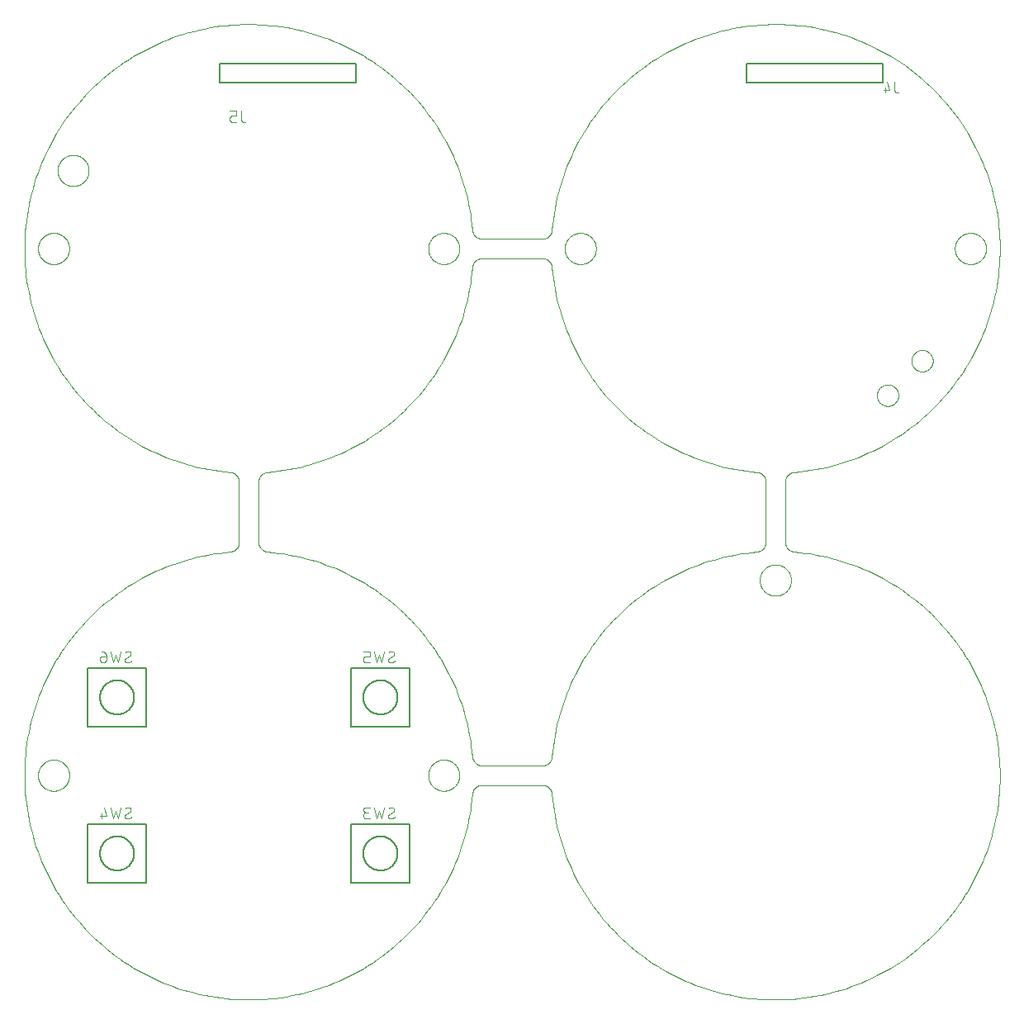
<source format=gbo>
G75*
%MOIN*%
%OFA0B0*%
%FSLAX25Y25*%
%IPPOS*%
%LPD*%
%AMOC8*
5,1,8,0,0,1.08239X$1,22.5*
%
%ADD10C,0.00000*%
%ADD11C,0.00500*%
%ADD12C,0.00400*%
D10*
X0050350Y0091951D02*
X0050352Y0092109D01*
X0050358Y0092267D01*
X0050368Y0092425D01*
X0050382Y0092583D01*
X0050400Y0092740D01*
X0050421Y0092897D01*
X0050447Y0093053D01*
X0050477Y0093209D01*
X0050510Y0093364D01*
X0050548Y0093517D01*
X0050589Y0093670D01*
X0050634Y0093822D01*
X0050683Y0093973D01*
X0050736Y0094122D01*
X0050792Y0094270D01*
X0050852Y0094416D01*
X0050916Y0094561D01*
X0050984Y0094704D01*
X0051055Y0094846D01*
X0051129Y0094986D01*
X0051207Y0095123D01*
X0051289Y0095259D01*
X0051373Y0095393D01*
X0051462Y0095524D01*
X0051553Y0095653D01*
X0051648Y0095780D01*
X0051745Y0095905D01*
X0051846Y0096027D01*
X0051950Y0096146D01*
X0052057Y0096263D01*
X0052167Y0096377D01*
X0052280Y0096488D01*
X0052395Y0096597D01*
X0052513Y0096702D01*
X0052634Y0096804D01*
X0052757Y0096904D01*
X0052883Y0097000D01*
X0053011Y0097093D01*
X0053141Y0097183D01*
X0053274Y0097269D01*
X0053409Y0097353D01*
X0053545Y0097432D01*
X0053684Y0097509D01*
X0053825Y0097581D01*
X0053967Y0097651D01*
X0054111Y0097716D01*
X0054257Y0097778D01*
X0054404Y0097836D01*
X0054553Y0097891D01*
X0054703Y0097942D01*
X0054854Y0097989D01*
X0055006Y0098032D01*
X0055159Y0098071D01*
X0055314Y0098107D01*
X0055469Y0098138D01*
X0055625Y0098166D01*
X0055781Y0098190D01*
X0055938Y0098210D01*
X0056096Y0098226D01*
X0056253Y0098238D01*
X0056412Y0098246D01*
X0056570Y0098250D01*
X0056728Y0098250D01*
X0056886Y0098246D01*
X0057045Y0098238D01*
X0057202Y0098226D01*
X0057360Y0098210D01*
X0057517Y0098190D01*
X0057673Y0098166D01*
X0057829Y0098138D01*
X0057984Y0098107D01*
X0058139Y0098071D01*
X0058292Y0098032D01*
X0058444Y0097989D01*
X0058595Y0097942D01*
X0058745Y0097891D01*
X0058894Y0097836D01*
X0059041Y0097778D01*
X0059187Y0097716D01*
X0059331Y0097651D01*
X0059473Y0097581D01*
X0059614Y0097509D01*
X0059753Y0097432D01*
X0059889Y0097353D01*
X0060024Y0097269D01*
X0060157Y0097183D01*
X0060287Y0097093D01*
X0060415Y0097000D01*
X0060541Y0096904D01*
X0060664Y0096804D01*
X0060785Y0096702D01*
X0060903Y0096597D01*
X0061018Y0096488D01*
X0061131Y0096377D01*
X0061241Y0096263D01*
X0061348Y0096146D01*
X0061452Y0096027D01*
X0061553Y0095905D01*
X0061650Y0095780D01*
X0061745Y0095653D01*
X0061836Y0095524D01*
X0061925Y0095393D01*
X0062009Y0095259D01*
X0062091Y0095123D01*
X0062169Y0094986D01*
X0062243Y0094846D01*
X0062314Y0094704D01*
X0062382Y0094561D01*
X0062446Y0094416D01*
X0062506Y0094270D01*
X0062562Y0094122D01*
X0062615Y0093973D01*
X0062664Y0093822D01*
X0062709Y0093670D01*
X0062750Y0093517D01*
X0062788Y0093364D01*
X0062821Y0093209D01*
X0062851Y0093053D01*
X0062877Y0092897D01*
X0062898Y0092740D01*
X0062916Y0092583D01*
X0062930Y0092425D01*
X0062940Y0092267D01*
X0062946Y0092109D01*
X0062948Y0091951D01*
X0062946Y0091793D01*
X0062940Y0091635D01*
X0062930Y0091477D01*
X0062916Y0091319D01*
X0062898Y0091162D01*
X0062877Y0091005D01*
X0062851Y0090849D01*
X0062821Y0090693D01*
X0062788Y0090538D01*
X0062750Y0090385D01*
X0062709Y0090232D01*
X0062664Y0090080D01*
X0062615Y0089929D01*
X0062562Y0089780D01*
X0062506Y0089632D01*
X0062446Y0089486D01*
X0062382Y0089341D01*
X0062314Y0089198D01*
X0062243Y0089056D01*
X0062169Y0088916D01*
X0062091Y0088779D01*
X0062009Y0088643D01*
X0061925Y0088509D01*
X0061836Y0088378D01*
X0061745Y0088249D01*
X0061650Y0088122D01*
X0061553Y0087997D01*
X0061452Y0087875D01*
X0061348Y0087756D01*
X0061241Y0087639D01*
X0061131Y0087525D01*
X0061018Y0087414D01*
X0060903Y0087305D01*
X0060785Y0087200D01*
X0060664Y0087098D01*
X0060541Y0086998D01*
X0060415Y0086902D01*
X0060287Y0086809D01*
X0060157Y0086719D01*
X0060024Y0086633D01*
X0059889Y0086549D01*
X0059753Y0086470D01*
X0059614Y0086393D01*
X0059473Y0086321D01*
X0059331Y0086251D01*
X0059187Y0086186D01*
X0059041Y0086124D01*
X0058894Y0086066D01*
X0058745Y0086011D01*
X0058595Y0085960D01*
X0058444Y0085913D01*
X0058292Y0085870D01*
X0058139Y0085831D01*
X0057984Y0085795D01*
X0057829Y0085764D01*
X0057673Y0085736D01*
X0057517Y0085712D01*
X0057360Y0085692D01*
X0057202Y0085676D01*
X0057045Y0085664D01*
X0056886Y0085656D01*
X0056728Y0085652D01*
X0056570Y0085652D01*
X0056412Y0085656D01*
X0056253Y0085664D01*
X0056096Y0085676D01*
X0055938Y0085692D01*
X0055781Y0085712D01*
X0055625Y0085736D01*
X0055469Y0085764D01*
X0055314Y0085795D01*
X0055159Y0085831D01*
X0055006Y0085870D01*
X0054854Y0085913D01*
X0054703Y0085960D01*
X0054553Y0086011D01*
X0054404Y0086066D01*
X0054257Y0086124D01*
X0054111Y0086186D01*
X0053967Y0086251D01*
X0053825Y0086321D01*
X0053684Y0086393D01*
X0053545Y0086470D01*
X0053409Y0086549D01*
X0053274Y0086633D01*
X0053141Y0086719D01*
X0053011Y0086809D01*
X0052883Y0086902D01*
X0052757Y0086998D01*
X0052634Y0087098D01*
X0052513Y0087200D01*
X0052395Y0087305D01*
X0052280Y0087414D01*
X0052167Y0087525D01*
X0052057Y0087639D01*
X0051950Y0087756D01*
X0051846Y0087875D01*
X0051745Y0087997D01*
X0051648Y0088122D01*
X0051553Y0088249D01*
X0051462Y0088378D01*
X0051373Y0088509D01*
X0051289Y0088643D01*
X0051207Y0088779D01*
X0051129Y0088916D01*
X0051055Y0089056D01*
X0050984Y0089198D01*
X0050916Y0089341D01*
X0050852Y0089486D01*
X0050792Y0089632D01*
X0050736Y0089780D01*
X0050683Y0089929D01*
X0050634Y0090080D01*
X0050589Y0090232D01*
X0050548Y0090385D01*
X0050510Y0090538D01*
X0050477Y0090693D01*
X0050447Y0090849D01*
X0050421Y0091005D01*
X0050400Y0091162D01*
X0050382Y0091319D01*
X0050368Y0091477D01*
X0050358Y0091635D01*
X0050352Y0091793D01*
X0050350Y0091951D01*
X0127842Y0182188D02*
X0125639Y0181977D01*
X0123442Y0181712D01*
X0121253Y0181393D01*
X0119071Y0181021D01*
X0116900Y0180595D01*
X0114739Y0180117D01*
X0112591Y0179586D01*
X0110456Y0179003D01*
X0108336Y0178368D01*
X0106233Y0177681D01*
X0104146Y0176943D01*
X0102079Y0176154D01*
X0100031Y0175315D01*
X0098005Y0174426D01*
X0096000Y0173488D01*
X0094020Y0172501D01*
X0092064Y0171466D01*
X0090134Y0170384D01*
X0088230Y0169255D01*
X0086356Y0168079D01*
X0084510Y0166858D01*
X0082695Y0165593D01*
X0080911Y0164283D01*
X0079160Y0162930D01*
X0077442Y0161535D01*
X0075759Y0160098D01*
X0074111Y0158621D01*
X0072500Y0157104D01*
X0070927Y0155548D01*
X0069392Y0153953D01*
X0067897Y0152322D01*
X0066442Y0150655D01*
X0065028Y0148953D01*
X0063656Y0147216D01*
X0062327Y0145447D01*
X0061042Y0143646D01*
X0059801Y0141814D01*
X0058605Y0139952D01*
X0057455Y0138061D01*
X0056351Y0136143D01*
X0055295Y0134198D01*
X0054286Y0132229D01*
X0053326Y0130235D01*
X0052415Y0128218D01*
X0051554Y0126180D01*
X0050742Y0124121D01*
X0049982Y0122043D01*
X0049272Y0119947D01*
X0048613Y0117834D01*
X0048007Y0115706D01*
X0047452Y0113564D01*
X0046950Y0111409D01*
X0046501Y0109242D01*
X0046105Y0107064D01*
X0045763Y0104878D01*
X0045473Y0102684D01*
X0045238Y0100484D01*
X0045056Y0098279D01*
X0044929Y0096069D01*
X0044855Y0093858D01*
X0044836Y0091645D01*
X0044870Y0089432D01*
X0044959Y0087221D01*
X0045101Y0085013D01*
X0045298Y0082809D01*
X0045548Y0080610D01*
X0045852Y0078418D01*
X0046209Y0076234D01*
X0046620Y0074060D01*
X0047084Y0071896D01*
X0047600Y0069744D01*
X0048169Y0067605D01*
X0048790Y0065481D01*
X0049462Y0063373D01*
X0050186Y0061282D01*
X0050961Y0059209D01*
X0051786Y0057156D01*
X0052662Y0055123D01*
X0053586Y0053113D01*
X0054560Y0051126D01*
X0055581Y0049163D01*
X0056651Y0047225D01*
X0057767Y0045315D01*
X0058930Y0043432D01*
X0060138Y0041578D01*
X0061392Y0039754D01*
X0062689Y0037962D01*
X0064030Y0036201D01*
X0065414Y0034474D01*
X0066839Y0032782D01*
X0068305Y0031124D01*
X0069812Y0029503D01*
X0071357Y0027919D01*
X0072941Y0026374D01*
X0074562Y0024867D01*
X0076220Y0023401D01*
X0077912Y0021976D01*
X0079639Y0020592D01*
X0081400Y0019251D01*
X0083192Y0017954D01*
X0085016Y0016700D01*
X0086870Y0015492D01*
X0088753Y0014329D01*
X0090663Y0013213D01*
X0092601Y0012143D01*
X0094564Y0011122D01*
X0096551Y0010148D01*
X0098561Y0009224D01*
X0100594Y0008348D01*
X0102647Y0007523D01*
X0104720Y0006748D01*
X0106811Y0006024D01*
X0108919Y0005352D01*
X0111043Y0004731D01*
X0113182Y0004162D01*
X0115334Y0003646D01*
X0117498Y0003182D01*
X0119672Y0002771D01*
X0121856Y0002414D01*
X0124048Y0002110D01*
X0126247Y0001860D01*
X0128451Y0001663D01*
X0130659Y0001521D01*
X0132870Y0001432D01*
X0135083Y0001398D01*
X0137296Y0001417D01*
X0139507Y0001491D01*
X0141717Y0001618D01*
X0143922Y0001800D01*
X0146122Y0002035D01*
X0148316Y0002325D01*
X0150502Y0002667D01*
X0152680Y0003063D01*
X0154847Y0003512D01*
X0157002Y0004014D01*
X0159144Y0004569D01*
X0161272Y0005175D01*
X0163385Y0005834D01*
X0165481Y0006544D01*
X0167559Y0007304D01*
X0169618Y0008116D01*
X0171656Y0008977D01*
X0173673Y0009888D01*
X0175667Y0010848D01*
X0177636Y0011857D01*
X0179581Y0012913D01*
X0181499Y0014017D01*
X0183390Y0015167D01*
X0185252Y0016363D01*
X0187084Y0017604D01*
X0188885Y0018889D01*
X0190654Y0020218D01*
X0192391Y0021590D01*
X0194093Y0023004D01*
X0195760Y0024459D01*
X0197391Y0025954D01*
X0198986Y0027489D01*
X0200542Y0029062D01*
X0202059Y0030673D01*
X0203536Y0032321D01*
X0204973Y0034004D01*
X0206368Y0035722D01*
X0207721Y0037473D01*
X0209031Y0039257D01*
X0210296Y0041072D01*
X0211517Y0042918D01*
X0212693Y0044792D01*
X0213822Y0046696D01*
X0214904Y0048626D01*
X0215939Y0050582D01*
X0216926Y0052562D01*
X0217864Y0054567D01*
X0218753Y0056593D01*
X0219592Y0058641D01*
X0220381Y0060708D01*
X0221119Y0062795D01*
X0221806Y0064898D01*
X0222441Y0067018D01*
X0223024Y0069153D01*
X0223555Y0071301D01*
X0224033Y0073462D01*
X0224459Y0075633D01*
X0224831Y0077815D01*
X0225150Y0080004D01*
X0225415Y0082201D01*
X0225626Y0084404D01*
X0225625Y0084404D02*
X0225637Y0084528D01*
X0225653Y0084652D01*
X0225673Y0084775D01*
X0225697Y0084897D01*
X0225725Y0085018D01*
X0225757Y0085139D01*
X0225792Y0085258D01*
X0225831Y0085377D01*
X0225874Y0085494D01*
X0225921Y0085609D01*
X0225971Y0085723D01*
X0226025Y0085835D01*
X0226082Y0085946D01*
X0226143Y0086055D01*
X0226208Y0086162D01*
X0226275Y0086266D01*
X0226346Y0086369D01*
X0226420Y0086469D01*
X0226497Y0086567D01*
X0226578Y0086662D01*
X0226661Y0086755D01*
X0226747Y0086845D01*
X0226836Y0086932D01*
X0226928Y0087016D01*
X0227022Y0087098D01*
X0227119Y0087176D01*
X0227218Y0087251D01*
X0227319Y0087324D01*
X0227423Y0087392D01*
X0227529Y0087458D01*
X0227637Y0087520D01*
X0227747Y0087579D01*
X0227859Y0087634D01*
X0227972Y0087686D01*
X0228087Y0087734D01*
X0228203Y0087778D01*
X0228321Y0087819D01*
X0228440Y0087856D01*
X0228560Y0087889D01*
X0228681Y0087918D01*
X0228803Y0087944D01*
X0228926Y0087966D01*
X0229049Y0087983D01*
X0229173Y0087997D01*
X0229297Y0088007D01*
X0229422Y0088013D01*
X0229546Y0088015D01*
X0229547Y0088014D02*
X0253830Y0088014D01*
X0253830Y0088015D02*
X0253954Y0088013D01*
X0254079Y0088007D01*
X0254203Y0087997D01*
X0254327Y0087983D01*
X0254450Y0087966D01*
X0254573Y0087944D01*
X0254695Y0087918D01*
X0254816Y0087889D01*
X0254936Y0087856D01*
X0255055Y0087819D01*
X0255173Y0087778D01*
X0255289Y0087734D01*
X0255404Y0087686D01*
X0255517Y0087634D01*
X0255629Y0087579D01*
X0255739Y0087520D01*
X0255847Y0087458D01*
X0255953Y0087392D01*
X0256057Y0087324D01*
X0256158Y0087251D01*
X0256257Y0087176D01*
X0256354Y0087098D01*
X0256448Y0087016D01*
X0256540Y0086932D01*
X0256629Y0086845D01*
X0256715Y0086755D01*
X0256798Y0086662D01*
X0256879Y0086567D01*
X0256956Y0086469D01*
X0257030Y0086369D01*
X0257101Y0086266D01*
X0257168Y0086162D01*
X0257233Y0086055D01*
X0257294Y0085946D01*
X0257351Y0085835D01*
X0257405Y0085723D01*
X0257455Y0085609D01*
X0257502Y0085494D01*
X0257545Y0085377D01*
X0257584Y0085258D01*
X0257619Y0085139D01*
X0257651Y0085018D01*
X0257679Y0084897D01*
X0257703Y0084775D01*
X0257723Y0084652D01*
X0257739Y0084528D01*
X0257751Y0084404D01*
X0253830Y0095888D02*
X0229547Y0095888D01*
X0229546Y0095888D02*
X0229422Y0095890D01*
X0229297Y0095896D01*
X0229173Y0095906D01*
X0229049Y0095920D01*
X0228926Y0095937D01*
X0228803Y0095959D01*
X0228681Y0095985D01*
X0228560Y0096014D01*
X0228440Y0096047D01*
X0228321Y0096084D01*
X0228203Y0096125D01*
X0228087Y0096169D01*
X0227972Y0096217D01*
X0227859Y0096269D01*
X0227747Y0096324D01*
X0227637Y0096383D01*
X0227529Y0096445D01*
X0227423Y0096511D01*
X0227319Y0096579D01*
X0227218Y0096652D01*
X0227119Y0096727D01*
X0227022Y0096805D01*
X0226928Y0096887D01*
X0226836Y0096971D01*
X0226747Y0097058D01*
X0226661Y0097148D01*
X0226578Y0097241D01*
X0226497Y0097336D01*
X0226420Y0097434D01*
X0226346Y0097534D01*
X0226275Y0097637D01*
X0226208Y0097741D01*
X0226143Y0097848D01*
X0226082Y0097957D01*
X0226025Y0098068D01*
X0225971Y0098180D01*
X0225921Y0098294D01*
X0225874Y0098409D01*
X0225831Y0098526D01*
X0225792Y0098645D01*
X0225757Y0098764D01*
X0225725Y0098885D01*
X0225697Y0099006D01*
X0225673Y0099128D01*
X0225653Y0099251D01*
X0225637Y0099375D01*
X0225625Y0099499D01*
X0207830Y0091951D02*
X0207832Y0092109D01*
X0207838Y0092267D01*
X0207848Y0092425D01*
X0207862Y0092583D01*
X0207880Y0092740D01*
X0207901Y0092897D01*
X0207927Y0093053D01*
X0207957Y0093209D01*
X0207990Y0093364D01*
X0208028Y0093517D01*
X0208069Y0093670D01*
X0208114Y0093822D01*
X0208163Y0093973D01*
X0208216Y0094122D01*
X0208272Y0094270D01*
X0208332Y0094416D01*
X0208396Y0094561D01*
X0208464Y0094704D01*
X0208535Y0094846D01*
X0208609Y0094986D01*
X0208687Y0095123D01*
X0208769Y0095259D01*
X0208853Y0095393D01*
X0208942Y0095524D01*
X0209033Y0095653D01*
X0209128Y0095780D01*
X0209225Y0095905D01*
X0209326Y0096027D01*
X0209430Y0096146D01*
X0209537Y0096263D01*
X0209647Y0096377D01*
X0209760Y0096488D01*
X0209875Y0096597D01*
X0209993Y0096702D01*
X0210114Y0096804D01*
X0210237Y0096904D01*
X0210363Y0097000D01*
X0210491Y0097093D01*
X0210621Y0097183D01*
X0210754Y0097269D01*
X0210889Y0097353D01*
X0211025Y0097432D01*
X0211164Y0097509D01*
X0211305Y0097581D01*
X0211447Y0097651D01*
X0211591Y0097716D01*
X0211737Y0097778D01*
X0211884Y0097836D01*
X0212033Y0097891D01*
X0212183Y0097942D01*
X0212334Y0097989D01*
X0212486Y0098032D01*
X0212639Y0098071D01*
X0212794Y0098107D01*
X0212949Y0098138D01*
X0213105Y0098166D01*
X0213261Y0098190D01*
X0213418Y0098210D01*
X0213576Y0098226D01*
X0213733Y0098238D01*
X0213892Y0098246D01*
X0214050Y0098250D01*
X0214208Y0098250D01*
X0214366Y0098246D01*
X0214525Y0098238D01*
X0214682Y0098226D01*
X0214840Y0098210D01*
X0214997Y0098190D01*
X0215153Y0098166D01*
X0215309Y0098138D01*
X0215464Y0098107D01*
X0215619Y0098071D01*
X0215772Y0098032D01*
X0215924Y0097989D01*
X0216075Y0097942D01*
X0216225Y0097891D01*
X0216374Y0097836D01*
X0216521Y0097778D01*
X0216667Y0097716D01*
X0216811Y0097651D01*
X0216953Y0097581D01*
X0217094Y0097509D01*
X0217233Y0097432D01*
X0217369Y0097353D01*
X0217504Y0097269D01*
X0217637Y0097183D01*
X0217767Y0097093D01*
X0217895Y0097000D01*
X0218021Y0096904D01*
X0218144Y0096804D01*
X0218265Y0096702D01*
X0218383Y0096597D01*
X0218498Y0096488D01*
X0218611Y0096377D01*
X0218721Y0096263D01*
X0218828Y0096146D01*
X0218932Y0096027D01*
X0219033Y0095905D01*
X0219130Y0095780D01*
X0219225Y0095653D01*
X0219316Y0095524D01*
X0219405Y0095393D01*
X0219489Y0095259D01*
X0219571Y0095123D01*
X0219649Y0094986D01*
X0219723Y0094846D01*
X0219794Y0094704D01*
X0219862Y0094561D01*
X0219926Y0094416D01*
X0219986Y0094270D01*
X0220042Y0094122D01*
X0220095Y0093973D01*
X0220144Y0093822D01*
X0220189Y0093670D01*
X0220230Y0093517D01*
X0220268Y0093364D01*
X0220301Y0093209D01*
X0220331Y0093053D01*
X0220357Y0092897D01*
X0220378Y0092740D01*
X0220396Y0092583D01*
X0220410Y0092425D01*
X0220420Y0092267D01*
X0220426Y0092109D01*
X0220428Y0091951D01*
X0220426Y0091793D01*
X0220420Y0091635D01*
X0220410Y0091477D01*
X0220396Y0091319D01*
X0220378Y0091162D01*
X0220357Y0091005D01*
X0220331Y0090849D01*
X0220301Y0090693D01*
X0220268Y0090538D01*
X0220230Y0090385D01*
X0220189Y0090232D01*
X0220144Y0090080D01*
X0220095Y0089929D01*
X0220042Y0089780D01*
X0219986Y0089632D01*
X0219926Y0089486D01*
X0219862Y0089341D01*
X0219794Y0089198D01*
X0219723Y0089056D01*
X0219649Y0088916D01*
X0219571Y0088779D01*
X0219489Y0088643D01*
X0219405Y0088509D01*
X0219316Y0088378D01*
X0219225Y0088249D01*
X0219130Y0088122D01*
X0219033Y0087997D01*
X0218932Y0087875D01*
X0218828Y0087756D01*
X0218721Y0087639D01*
X0218611Y0087525D01*
X0218498Y0087414D01*
X0218383Y0087305D01*
X0218265Y0087200D01*
X0218144Y0087098D01*
X0218021Y0086998D01*
X0217895Y0086902D01*
X0217767Y0086809D01*
X0217637Y0086719D01*
X0217504Y0086633D01*
X0217369Y0086549D01*
X0217233Y0086470D01*
X0217094Y0086393D01*
X0216953Y0086321D01*
X0216811Y0086251D01*
X0216667Y0086186D01*
X0216521Y0086124D01*
X0216374Y0086066D01*
X0216225Y0086011D01*
X0216075Y0085960D01*
X0215924Y0085913D01*
X0215772Y0085870D01*
X0215619Y0085831D01*
X0215464Y0085795D01*
X0215309Y0085764D01*
X0215153Y0085736D01*
X0214997Y0085712D01*
X0214840Y0085692D01*
X0214682Y0085676D01*
X0214525Y0085664D01*
X0214366Y0085656D01*
X0214208Y0085652D01*
X0214050Y0085652D01*
X0213892Y0085656D01*
X0213733Y0085664D01*
X0213576Y0085676D01*
X0213418Y0085692D01*
X0213261Y0085712D01*
X0213105Y0085736D01*
X0212949Y0085764D01*
X0212794Y0085795D01*
X0212639Y0085831D01*
X0212486Y0085870D01*
X0212334Y0085913D01*
X0212183Y0085960D01*
X0212033Y0086011D01*
X0211884Y0086066D01*
X0211737Y0086124D01*
X0211591Y0086186D01*
X0211447Y0086251D01*
X0211305Y0086321D01*
X0211164Y0086393D01*
X0211025Y0086470D01*
X0210889Y0086549D01*
X0210754Y0086633D01*
X0210621Y0086719D01*
X0210491Y0086809D01*
X0210363Y0086902D01*
X0210237Y0086998D01*
X0210114Y0087098D01*
X0209993Y0087200D01*
X0209875Y0087305D01*
X0209760Y0087414D01*
X0209647Y0087525D01*
X0209537Y0087639D01*
X0209430Y0087756D01*
X0209326Y0087875D01*
X0209225Y0087997D01*
X0209128Y0088122D01*
X0209033Y0088249D01*
X0208942Y0088378D01*
X0208853Y0088509D01*
X0208769Y0088643D01*
X0208687Y0088779D01*
X0208609Y0088916D01*
X0208535Y0089056D01*
X0208464Y0089198D01*
X0208396Y0089341D01*
X0208332Y0089486D01*
X0208272Y0089632D01*
X0208216Y0089780D01*
X0208163Y0089929D01*
X0208114Y0090080D01*
X0208069Y0090232D01*
X0208028Y0090385D01*
X0207990Y0090538D01*
X0207957Y0090693D01*
X0207927Y0090849D01*
X0207901Y0091005D01*
X0207880Y0091162D01*
X0207862Y0091319D01*
X0207848Y0091477D01*
X0207838Y0091635D01*
X0207832Y0091793D01*
X0207830Y0091951D01*
X0253830Y0095888D02*
X0253954Y0095890D01*
X0254079Y0095896D01*
X0254203Y0095906D01*
X0254327Y0095920D01*
X0254450Y0095937D01*
X0254573Y0095959D01*
X0254695Y0095985D01*
X0254816Y0096014D01*
X0254936Y0096047D01*
X0255055Y0096084D01*
X0255173Y0096125D01*
X0255289Y0096169D01*
X0255404Y0096217D01*
X0255517Y0096269D01*
X0255629Y0096324D01*
X0255739Y0096383D01*
X0255847Y0096445D01*
X0255953Y0096511D01*
X0256057Y0096579D01*
X0256158Y0096652D01*
X0256257Y0096727D01*
X0256354Y0096805D01*
X0256448Y0096887D01*
X0256540Y0096971D01*
X0256629Y0097058D01*
X0256715Y0097148D01*
X0256798Y0097241D01*
X0256879Y0097336D01*
X0256956Y0097434D01*
X0257030Y0097534D01*
X0257101Y0097637D01*
X0257168Y0097741D01*
X0257233Y0097848D01*
X0257294Y0097957D01*
X0257351Y0098068D01*
X0257405Y0098180D01*
X0257455Y0098294D01*
X0257502Y0098409D01*
X0257545Y0098526D01*
X0257584Y0098645D01*
X0257619Y0098764D01*
X0257651Y0098885D01*
X0257679Y0099006D01*
X0257703Y0099128D01*
X0257723Y0099251D01*
X0257739Y0099375D01*
X0257751Y0099499D01*
X0257752Y0099498D02*
X0257961Y0101680D01*
X0258223Y0103856D01*
X0258537Y0106025D01*
X0258904Y0108186D01*
X0259323Y0110338D01*
X0259794Y0112478D01*
X0260317Y0114607D01*
X0260891Y0116722D01*
X0261516Y0118823D01*
X0262191Y0120908D01*
X0262917Y0122976D01*
X0263693Y0125026D01*
X0264518Y0127056D01*
X0265392Y0129066D01*
X0266315Y0131054D01*
X0267285Y0133020D01*
X0268303Y0134961D01*
X0269367Y0136877D01*
X0270477Y0138767D01*
X0271633Y0140629D01*
X0272833Y0142463D01*
X0274078Y0144267D01*
X0275366Y0146040D01*
X0276696Y0147782D01*
X0278068Y0149491D01*
X0279481Y0151167D01*
X0280935Y0152807D01*
X0282427Y0154412D01*
X0283958Y0155981D01*
X0285527Y0157512D01*
X0287132Y0159004D01*
X0288772Y0160458D01*
X0290448Y0161871D01*
X0292157Y0163243D01*
X0293899Y0164573D01*
X0295672Y0165861D01*
X0297476Y0167106D01*
X0299310Y0168306D01*
X0301172Y0169462D01*
X0303062Y0170572D01*
X0304978Y0171636D01*
X0306919Y0172654D01*
X0308885Y0173624D01*
X0310873Y0174547D01*
X0312883Y0175421D01*
X0314913Y0176246D01*
X0316963Y0177022D01*
X0319031Y0177748D01*
X0321116Y0178423D01*
X0323217Y0179048D01*
X0325332Y0179622D01*
X0327461Y0180145D01*
X0329601Y0180616D01*
X0331753Y0181035D01*
X0333914Y0181402D01*
X0336083Y0181716D01*
X0338259Y0181978D01*
X0340441Y0182187D01*
X0340440Y0182187D02*
X0340564Y0182199D01*
X0340688Y0182215D01*
X0340811Y0182235D01*
X0340933Y0182259D01*
X0341054Y0182287D01*
X0341175Y0182319D01*
X0341294Y0182354D01*
X0341413Y0182393D01*
X0341530Y0182436D01*
X0341645Y0182483D01*
X0341759Y0182533D01*
X0341871Y0182587D01*
X0341982Y0182644D01*
X0342091Y0182705D01*
X0342198Y0182770D01*
X0342302Y0182837D01*
X0342405Y0182908D01*
X0342505Y0182982D01*
X0342603Y0183059D01*
X0342698Y0183140D01*
X0342791Y0183223D01*
X0342881Y0183309D01*
X0342968Y0183398D01*
X0343052Y0183490D01*
X0343134Y0183584D01*
X0343212Y0183681D01*
X0343287Y0183780D01*
X0343360Y0183881D01*
X0343428Y0183985D01*
X0343494Y0184091D01*
X0343556Y0184199D01*
X0343615Y0184309D01*
X0343670Y0184421D01*
X0343722Y0184534D01*
X0343770Y0184649D01*
X0343814Y0184765D01*
X0343855Y0184883D01*
X0343892Y0185002D01*
X0343925Y0185122D01*
X0343954Y0185243D01*
X0343980Y0185365D01*
X0344002Y0185488D01*
X0344019Y0185611D01*
X0344033Y0185735D01*
X0344043Y0185859D01*
X0344049Y0185984D01*
X0344051Y0186108D01*
X0344050Y0186109D02*
X0344050Y0210392D01*
X0344051Y0210392D02*
X0344049Y0210516D01*
X0344043Y0210641D01*
X0344033Y0210765D01*
X0344019Y0210889D01*
X0344002Y0211012D01*
X0343980Y0211135D01*
X0343954Y0211257D01*
X0343925Y0211378D01*
X0343892Y0211498D01*
X0343855Y0211617D01*
X0343814Y0211735D01*
X0343770Y0211851D01*
X0343722Y0211966D01*
X0343670Y0212079D01*
X0343615Y0212191D01*
X0343556Y0212301D01*
X0343494Y0212409D01*
X0343428Y0212515D01*
X0343360Y0212619D01*
X0343287Y0212720D01*
X0343212Y0212819D01*
X0343134Y0212916D01*
X0343052Y0213010D01*
X0342968Y0213102D01*
X0342881Y0213191D01*
X0342791Y0213277D01*
X0342698Y0213360D01*
X0342603Y0213441D01*
X0342505Y0213518D01*
X0342405Y0213592D01*
X0342302Y0213663D01*
X0342198Y0213730D01*
X0342091Y0213795D01*
X0341982Y0213856D01*
X0341871Y0213913D01*
X0341759Y0213967D01*
X0341645Y0214017D01*
X0341530Y0214064D01*
X0341413Y0214107D01*
X0341294Y0214146D01*
X0341175Y0214181D01*
X0341054Y0214213D01*
X0340933Y0214241D01*
X0340811Y0214265D01*
X0340688Y0214285D01*
X0340564Y0214301D01*
X0340440Y0214313D01*
X0351924Y0210392D02*
X0351924Y0186109D01*
X0351924Y0186108D02*
X0351926Y0185984D01*
X0351932Y0185859D01*
X0351942Y0185735D01*
X0351956Y0185611D01*
X0351973Y0185488D01*
X0351995Y0185365D01*
X0352021Y0185243D01*
X0352050Y0185122D01*
X0352083Y0185002D01*
X0352120Y0184883D01*
X0352161Y0184765D01*
X0352205Y0184649D01*
X0352253Y0184534D01*
X0352305Y0184421D01*
X0352360Y0184309D01*
X0352419Y0184199D01*
X0352481Y0184091D01*
X0352547Y0183985D01*
X0352615Y0183881D01*
X0352688Y0183780D01*
X0352763Y0183681D01*
X0352841Y0183584D01*
X0352923Y0183490D01*
X0353007Y0183398D01*
X0353094Y0183309D01*
X0353184Y0183223D01*
X0353277Y0183140D01*
X0353372Y0183059D01*
X0353470Y0182982D01*
X0353570Y0182908D01*
X0353673Y0182837D01*
X0353777Y0182770D01*
X0353884Y0182705D01*
X0353993Y0182644D01*
X0354104Y0182587D01*
X0354216Y0182533D01*
X0354330Y0182483D01*
X0354445Y0182436D01*
X0354562Y0182393D01*
X0354681Y0182354D01*
X0354800Y0182319D01*
X0354921Y0182287D01*
X0355042Y0182259D01*
X0355164Y0182235D01*
X0355287Y0182215D01*
X0355411Y0182199D01*
X0355535Y0182187D01*
X0341688Y0170691D02*
X0341690Y0170849D01*
X0341696Y0171007D01*
X0341706Y0171165D01*
X0341720Y0171323D01*
X0341738Y0171480D01*
X0341759Y0171637D01*
X0341785Y0171793D01*
X0341815Y0171949D01*
X0341848Y0172104D01*
X0341886Y0172257D01*
X0341927Y0172410D01*
X0341972Y0172562D01*
X0342021Y0172713D01*
X0342074Y0172862D01*
X0342130Y0173010D01*
X0342190Y0173156D01*
X0342254Y0173301D01*
X0342322Y0173444D01*
X0342393Y0173586D01*
X0342467Y0173726D01*
X0342545Y0173863D01*
X0342627Y0173999D01*
X0342711Y0174133D01*
X0342800Y0174264D01*
X0342891Y0174393D01*
X0342986Y0174520D01*
X0343083Y0174645D01*
X0343184Y0174767D01*
X0343288Y0174886D01*
X0343395Y0175003D01*
X0343505Y0175117D01*
X0343618Y0175228D01*
X0343733Y0175337D01*
X0343851Y0175442D01*
X0343972Y0175544D01*
X0344095Y0175644D01*
X0344221Y0175740D01*
X0344349Y0175833D01*
X0344479Y0175923D01*
X0344612Y0176009D01*
X0344747Y0176093D01*
X0344883Y0176172D01*
X0345022Y0176249D01*
X0345163Y0176321D01*
X0345305Y0176391D01*
X0345449Y0176456D01*
X0345595Y0176518D01*
X0345742Y0176576D01*
X0345891Y0176631D01*
X0346041Y0176682D01*
X0346192Y0176729D01*
X0346344Y0176772D01*
X0346497Y0176811D01*
X0346652Y0176847D01*
X0346807Y0176878D01*
X0346963Y0176906D01*
X0347119Y0176930D01*
X0347276Y0176950D01*
X0347434Y0176966D01*
X0347591Y0176978D01*
X0347750Y0176986D01*
X0347908Y0176990D01*
X0348066Y0176990D01*
X0348224Y0176986D01*
X0348383Y0176978D01*
X0348540Y0176966D01*
X0348698Y0176950D01*
X0348855Y0176930D01*
X0349011Y0176906D01*
X0349167Y0176878D01*
X0349322Y0176847D01*
X0349477Y0176811D01*
X0349630Y0176772D01*
X0349782Y0176729D01*
X0349933Y0176682D01*
X0350083Y0176631D01*
X0350232Y0176576D01*
X0350379Y0176518D01*
X0350525Y0176456D01*
X0350669Y0176391D01*
X0350811Y0176321D01*
X0350952Y0176249D01*
X0351091Y0176172D01*
X0351227Y0176093D01*
X0351362Y0176009D01*
X0351495Y0175923D01*
X0351625Y0175833D01*
X0351753Y0175740D01*
X0351879Y0175644D01*
X0352002Y0175544D01*
X0352123Y0175442D01*
X0352241Y0175337D01*
X0352356Y0175228D01*
X0352469Y0175117D01*
X0352579Y0175003D01*
X0352686Y0174886D01*
X0352790Y0174767D01*
X0352891Y0174645D01*
X0352988Y0174520D01*
X0353083Y0174393D01*
X0353174Y0174264D01*
X0353263Y0174133D01*
X0353347Y0173999D01*
X0353429Y0173863D01*
X0353507Y0173726D01*
X0353581Y0173586D01*
X0353652Y0173444D01*
X0353720Y0173301D01*
X0353784Y0173156D01*
X0353844Y0173010D01*
X0353900Y0172862D01*
X0353953Y0172713D01*
X0354002Y0172562D01*
X0354047Y0172410D01*
X0354088Y0172257D01*
X0354126Y0172104D01*
X0354159Y0171949D01*
X0354189Y0171793D01*
X0354215Y0171637D01*
X0354236Y0171480D01*
X0354254Y0171323D01*
X0354268Y0171165D01*
X0354278Y0171007D01*
X0354284Y0170849D01*
X0354286Y0170691D01*
X0354284Y0170533D01*
X0354278Y0170375D01*
X0354268Y0170217D01*
X0354254Y0170059D01*
X0354236Y0169902D01*
X0354215Y0169745D01*
X0354189Y0169589D01*
X0354159Y0169433D01*
X0354126Y0169278D01*
X0354088Y0169125D01*
X0354047Y0168972D01*
X0354002Y0168820D01*
X0353953Y0168669D01*
X0353900Y0168520D01*
X0353844Y0168372D01*
X0353784Y0168226D01*
X0353720Y0168081D01*
X0353652Y0167938D01*
X0353581Y0167796D01*
X0353507Y0167656D01*
X0353429Y0167519D01*
X0353347Y0167383D01*
X0353263Y0167249D01*
X0353174Y0167118D01*
X0353083Y0166989D01*
X0352988Y0166862D01*
X0352891Y0166737D01*
X0352790Y0166615D01*
X0352686Y0166496D01*
X0352579Y0166379D01*
X0352469Y0166265D01*
X0352356Y0166154D01*
X0352241Y0166045D01*
X0352123Y0165940D01*
X0352002Y0165838D01*
X0351879Y0165738D01*
X0351753Y0165642D01*
X0351625Y0165549D01*
X0351495Y0165459D01*
X0351362Y0165373D01*
X0351227Y0165289D01*
X0351091Y0165210D01*
X0350952Y0165133D01*
X0350811Y0165061D01*
X0350669Y0164991D01*
X0350525Y0164926D01*
X0350379Y0164864D01*
X0350232Y0164806D01*
X0350083Y0164751D01*
X0349933Y0164700D01*
X0349782Y0164653D01*
X0349630Y0164610D01*
X0349477Y0164571D01*
X0349322Y0164535D01*
X0349167Y0164504D01*
X0349011Y0164476D01*
X0348855Y0164452D01*
X0348698Y0164432D01*
X0348540Y0164416D01*
X0348383Y0164404D01*
X0348224Y0164396D01*
X0348066Y0164392D01*
X0347908Y0164392D01*
X0347750Y0164396D01*
X0347591Y0164404D01*
X0347434Y0164416D01*
X0347276Y0164432D01*
X0347119Y0164452D01*
X0346963Y0164476D01*
X0346807Y0164504D01*
X0346652Y0164535D01*
X0346497Y0164571D01*
X0346344Y0164610D01*
X0346192Y0164653D01*
X0346041Y0164700D01*
X0345891Y0164751D01*
X0345742Y0164806D01*
X0345595Y0164864D01*
X0345449Y0164926D01*
X0345305Y0164991D01*
X0345163Y0165061D01*
X0345022Y0165133D01*
X0344883Y0165210D01*
X0344747Y0165289D01*
X0344612Y0165373D01*
X0344479Y0165459D01*
X0344349Y0165549D01*
X0344221Y0165642D01*
X0344095Y0165738D01*
X0343972Y0165838D01*
X0343851Y0165940D01*
X0343733Y0166045D01*
X0343618Y0166154D01*
X0343505Y0166265D01*
X0343395Y0166379D01*
X0343288Y0166496D01*
X0343184Y0166615D01*
X0343083Y0166737D01*
X0342986Y0166862D01*
X0342891Y0166989D01*
X0342800Y0167118D01*
X0342711Y0167249D01*
X0342627Y0167383D01*
X0342545Y0167519D01*
X0342467Y0167656D01*
X0342393Y0167796D01*
X0342322Y0167938D01*
X0342254Y0168081D01*
X0342190Y0168226D01*
X0342130Y0168372D01*
X0342074Y0168520D01*
X0342021Y0168669D01*
X0341972Y0168820D01*
X0341927Y0168972D01*
X0341886Y0169125D01*
X0341848Y0169278D01*
X0341815Y0169433D01*
X0341785Y0169589D01*
X0341759Y0169745D01*
X0341738Y0169902D01*
X0341720Y0170059D01*
X0341706Y0170217D01*
X0341696Y0170375D01*
X0341690Y0170533D01*
X0341688Y0170691D01*
X0351924Y0210392D02*
X0351926Y0210516D01*
X0351932Y0210641D01*
X0351942Y0210765D01*
X0351956Y0210889D01*
X0351973Y0211012D01*
X0351995Y0211135D01*
X0352021Y0211257D01*
X0352050Y0211378D01*
X0352083Y0211498D01*
X0352120Y0211617D01*
X0352161Y0211735D01*
X0352205Y0211851D01*
X0352253Y0211966D01*
X0352305Y0212079D01*
X0352360Y0212191D01*
X0352419Y0212301D01*
X0352481Y0212409D01*
X0352547Y0212515D01*
X0352615Y0212619D01*
X0352688Y0212720D01*
X0352763Y0212819D01*
X0352841Y0212916D01*
X0352923Y0213010D01*
X0353007Y0213102D01*
X0353094Y0213191D01*
X0353184Y0213277D01*
X0353277Y0213360D01*
X0353372Y0213441D01*
X0353470Y0213518D01*
X0353570Y0213592D01*
X0353673Y0213663D01*
X0353777Y0213730D01*
X0353884Y0213795D01*
X0353993Y0213856D01*
X0354104Y0213913D01*
X0354216Y0213967D01*
X0354330Y0214017D01*
X0354445Y0214064D01*
X0354562Y0214107D01*
X0354681Y0214146D01*
X0354800Y0214181D01*
X0354921Y0214213D01*
X0355042Y0214241D01*
X0355164Y0214265D01*
X0355287Y0214285D01*
X0355411Y0214301D01*
X0355535Y0214313D01*
X0388961Y0245326D02*
X0388963Y0245457D01*
X0388969Y0245589D01*
X0388979Y0245720D01*
X0388993Y0245851D01*
X0389011Y0245981D01*
X0389033Y0246110D01*
X0389058Y0246239D01*
X0389088Y0246367D01*
X0389122Y0246494D01*
X0389159Y0246621D01*
X0389200Y0246745D01*
X0389245Y0246869D01*
X0389294Y0246991D01*
X0389346Y0247112D01*
X0389402Y0247230D01*
X0389462Y0247348D01*
X0389525Y0247463D01*
X0389592Y0247576D01*
X0389662Y0247688D01*
X0389735Y0247797D01*
X0389811Y0247903D01*
X0389891Y0248008D01*
X0389974Y0248110D01*
X0390060Y0248209D01*
X0390149Y0248306D01*
X0390241Y0248400D01*
X0390336Y0248491D01*
X0390433Y0248580D01*
X0390533Y0248665D01*
X0390636Y0248747D01*
X0390741Y0248826D01*
X0390848Y0248902D01*
X0390958Y0248974D01*
X0391070Y0249043D01*
X0391184Y0249109D01*
X0391299Y0249171D01*
X0391417Y0249230D01*
X0391536Y0249285D01*
X0391657Y0249337D01*
X0391780Y0249384D01*
X0391904Y0249428D01*
X0392029Y0249469D01*
X0392155Y0249505D01*
X0392283Y0249538D01*
X0392411Y0249566D01*
X0392540Y0249591D01*
X0392670Y0249612D01*
X0392800Y0249629D01*
X0392931Y0249642D01*
X0393062Y0249651D01*
X0393193Y0249656D01*
X0393325Y0249657D01*
X0393456Y0249654D01*
X0393588Y0249647D01*
X0393719Y0249636D01*
X0393849Y0249621D01*
X0393979Y0249602D01*
X0394109Y0249579D01*
X0394237Y0249553D01*
X0394365Y0249522D01*
X0394492Y0249487D01*
X0394618Y0249449D01*
X0394742Y0249407D01*
X0394866Y0249361D01*
X0394987Y0249311D01*
X0395107Y0249258D01*
X0395226Y0249201D01*
X0395343Y0249141D01*
X0395457Y0249077D01*
X0395570Y0249009D01*
X0395681Y0248938D01*
X0395790Y0248864D01*
X0395896Y0248787D01*
X0396000Y0248706D01*
X0396101Y0248623D01*
X0396200Y0248536D01*
X0396296Y0248446D01*
X0396389Y0248353D01*
X0396480Y0248258D01*
X0396567Y0248160D01*
X0396652Y0248059D01*
X0396733Y0247956D01*
X0396811Y0247850D01*
X0396886Y0247742D01*
X0396958Y0247632D01*
X0397026Y0247520D01*
X0397091Y0247406D01*
X0397152Y0247289D01*
X0397210Y0247171D01*
X0397264Y0247051D01*
X0397315Y0246930D01*
X0397362Y0246807D01*
X0397405Y0246683D01*
X0397444Y0246558D01*
X0397480Y0246431D01*
X0397511Y0246303D01*
X0397539Y0246175D01*
X0397563Y0246046D01*
X0397583Y0245916D01*
X0397599Y0245785D01*
X0397611Y0245654D01*
X0397619Y0245523D01*
X0397623Y0245392D01*
X0397623Y0245260D01*
X0397619Y0245129D01*
X0397611Y0244998D01*
X0397599Y0244867D01*
X0397583Y0244736D01*
X0397563Y0244606D01*
X0397539Y0244477D01*
X0397511Y0244349D01*
X0397480Y0244221D01*
X0397444Y0244094D01*
X0397405Y0243969D01*
X0397362Y0243845D01*
X0397315Y0243722D01*
X0397264Y0243601D01*
X0397210Y0243481D01*
X0397152Y0243363D01*
X0397091Y0243246D01*
X0397026Y0243132D01*
X0396958Y0243020D01*
X0396886Y0242910D01*
X0396811Y0242802D01*
X0396733Y0242696D01*
X0396652Y0242593D01*
X0396567Y0242492D01*
X0396480Y0242394D01*
X0396389Y0242299D01*
X0396296Y0242206D01*
X0396200Y0242116D01*
X0396101Y0242029D01*
X0396000Y0241946D01*
X0395896Y0241865D01*
X0395790Y0241788D01*
X0395681Y0241714D01*
X0395570Y0241643D01*
X0395458Y0241575D01*
X0395343Y0241511D01*
X0395226Y0241451D01*
X0395107Y0241394D01*
X0394987Y0241341D01*
X0394866Y0241291D01*
X0394742Y0241245D01*
X0394618Y0241203D01*
X0394492Y0241165D01*
X0394365Y0241130D01*
X0394237Y0241099D01*
X0394109Y0241073D01*
X0393979Y0241050D01*
X0393849Y0241031D01*
X0393719Y0241016D01*
X0393588Y0241005D01*
X0393456Y0240998D01*
X0393325Y0240995D01*
X0393193Y0240996D01*
X0393062Y0241001D01*
X0392931Y0241010D01*
X0392800Y0241023D01*
X0392670Y0241040D01*
X0392540Y0241061D01*
X0392411Y0241086D01*
X0392283Y0241114D01*
X0392155Y0241147D01*
X0392029Y0241183D01*
X0391904Y0241224D01*
X0391780Y0241268D01*
X0391657Y0241315D01*
X0391536Y0241367D01*
X0391417Y0241422D01*
X0391299Y0241481D01*
X0391184Y0241543D01*
X0391070Y0241609D01*
X0390958Y0241678D01*
X0390848Y0241750D01*
X0390741Y0241826D01*
X0390636Y0241905D01*
X0390533Y0241987D01*
X0390433Y0242072D01*
X0390336Y0242161D01*
X0390241Y0242252D01*
X0390149Y0242346D01*
X0390060Y0242443D01*
X0389974Y0242542D01*
X0389891Y0242644D01*
X0389811Y0242749D01*
X0389735Y0242855D01*
X0389662Y0242964D01*
X0389592Y0243076D01*
X0389525Y0243189D01*
X0389462Y0243304D01*
X0389402Y0243422D01*
X0389346Y0243540D01*
X0389294Y0243661D01*
X0389245Y0243783D01*
X0389200Y0243907D01*
X0389159Y0244031D01*
X0389122Y0244158D01*
X0389088Y0244285D01*
X0389058Y0244413D01*
X0389033Y0244542D01*
X0389011Y0244671D01*
X0388993Y0244801D01*
X0388979Y0244932D01*
X0388969Y0245063D01*
X0388963Y0245195D01*
X0388961Y0245326D01*
X0402880Y0259245D02*
X0402882Y0259376D01*
X0402888Y0259508D01*
X0402898Y0259639D01*
X0402912Y0259770D01*
X0402930Y0259900D01*
X0402952Y0260029D01*
X0402977Y0260158D01*
X0403007Y0260286D01*
X0403041Y0260413D01*
X0403078Y0260540D01*
X0403119Y0260664D01*
X0403164Y0260788D01*
X0403213Y0260910D01*
X0403265Y0261031D01*
X0403321Y0261149D01*
X0403381Y0261267D01*
X0403444Y0261382D01*
X0403511Y0261495D01*
X0403581Y0261607D01*
X0403654Y0261716D01*
X0403730Y0261822D01*
X0403810Y0261927D01*
X0403893Y0262029D01*
X0403979Y0262128D01*
X0404068Y0262225D01*
X0404160Y0262319D01*
X0404255Y0262410D01*
X0404352Y0262499D01*
X0404452Y0262584D01*
X0404555Y0262666D01*
X0404660Y0262745D01*
X0404767Y0262821D01*
X0404877Y0262893D01*
X0404989Y0262962D01*
X0405103Y0263028D01*
X0405218Y0263090D01*
X0405336Y0263149D01*
X0405455Y0263204D01*
X0405576Y0263256D01*
X0405699Y0263303D01*
X0405823Y0263347D01*
X0405948Y0263388D01*
X0406074Y0263424D01*
X0406202Y0263457D01*
X0406330Y0263485D01*
X0406459Y0263510D01*
X0406589Y0263531D01*
X0406719Y0263548D01*
X0406850Y0263561D01*
X0406981Y0263570D01*
X0407112Y0263575D01*
X0407244Y0263576D01*
X0407375Y0263573D01*
X0407507Y0263566D01*
X0407638Y0263555D01*
X0407768Y0263540D01*
X0407898Y0263521D01*
X0408028Y0263498D01*
X0408156Y0263472D01*
X0408284Y0263441D01*
X0408411Y0263406D01*
X0408537Y0263368D01*
X0408661Y0263326D01*
X0408785Y0263280D01*
X0408906Y0263230D01*
X0409026Y0263177D01*
X0409145Y0263120D01*
X0409262Y0263060D01*
X0409376Y0262996D01*
X0409489Y0262928D01*
X0409600Y0262857D01*
X0409709Y0262783D01*
X0409815Y0262706D01*
X0409919Y0262625D01*
X0410020Y0262542D01*
X0410119Y0262455D01*
X0410215Y0262365D01*
X0410308Y0262272D01*
X0410399Y0262177D01*
X0410486Y0262079D01*
X0410571Y0261978D01*
X0410652Y0261875D01*
X0410730Y0261769D01*
X0410805Y0261661D01*
X0410877Y0261551D01*
X0410945Y0261439D01*
X0411010Y0261325D01*
X0411071Y0261208D01*
X0411129Y0261090D01*
X0411183Y0260970D01*
X0411234Y0260849D01*
X0411281Y0260726D01*
X0411324Y0260602D01*
X0411363Y0260477D01*
X0411399Y0260350D01*
X0411430Y0260222D01*
X0411458Y0260094D01*
X0411482Y0259965D01*
X0411502Y0259835D01*
X0411518Y0259704D01*
X0411530Y0259573D01*
X0411538Y0259442D01*
X0411542Y0259311D01*
X0411542Y0259179D01*
X0411538Y0259048D01*
X0411530Y0258917D01*
X0411518Y0258786D01*
X0411502Y0258655D01*
X0411482Y0258525D01*
X0411458Y0258396D01*
X0411430Y0258268D01*
X0411399Y0258140D01*
X0411363Y0258013D01*
X0411324Y0257888D01*
X0411281Y0257764D01*
X0411234Y0257641D01*
X0411183Y0257520D01*
X0411129Y0257400D01*
X0411071Y0257282D01*
X0411010Y0257165D01*
X0410945Y0257051D01*
X0410877Y0256939D01*
X0410805Y0256829D01*
X0410730Y0256721D01*
X0410652Y0256615D01*
X0410571Y0256512D01*
X0410486Y0256411D01*
X0410399Y0256313D01*
X0410308Y0256218D01*
X0410215Y0256125D01*
X0410119Y0256035D01*
X0410020Y0255948D01*
X0409919Y0255865D01*
X0409815Y0255784D01*
X0409709Y0255707D01*
X0409600Y0255633D01*
X0409489Y0255562D01*
X0409377Y0255494D01*
X0409262Y0255430D01*
X0409145Y0255370D01*
X0409026Y0255313D01*
X0408906Y0255260D01*
X0408785Y0255210D01*
X0408661Y0255164D01*
X0408537Y0255122D01*
X0408411Y0255084D01*
X0408284Y0255049D01*
X0408156Y0255018D01*
X0408028Y0254992D01*
X0407898Y0254969D01*
X0407768Y0254950D01*
X0407638Y0254935D01*
X0407507Y0254924D01*
X0407375Y0254917D01*
X0407244Y0254914D01*
X0407112Y0254915D01*
X0406981Y0254920D01*
X0406850Y0254929D01*
X0406719Y0254942D01*
X0406589Y0254959D01*
X0406459Y0254980D01*
X0406330Y0255005D01*
X0406202Y0255033D01*
X0406074Y0255066D01*
X0405948Y0255102D01*
X0405823Y0255143D01*
X0405699Y0255187D01*
X0405576Y0255234D01*
X0405455Y0255286D01*
X0405336Y0255341D01*
X0405218Y0255400D01*
X0405103Y0255462D01*
X0404989Y0255528D01*
X0404877Y0255597D01*
X0404767Y0255669D01*
X0404660Y0255745D01*
X0404555Y0255824D01*
X0404452Y0255906D01*
X0404352Y0255991D01*
X0404255Y0256080D01*
X0404160Y0256171D01*
X0404068Y0256265D01*
X0403979Y0256362D01*
X0403893Y0256461D01*
X0403810Y0256563D01*
X0403730Y0256668D01*
X0403654Y0256774D01*
X0403581Y0256883D01*
X0403511Y0256995D01*
X0403444Y0257108D01*
X0403381Y0257223D01*
X0403321Y0257341D01*
X0403265Y0257459D01*
X0403213Y0257580D01*
X0403164Y0257702D01*
X0403119Y0257826D01*
X0403078Y0257950D01*
X0403041Y0258077D01*
X0403007Y0258204D01*
X0402977Y0258332D01*
X0402952Y0258461D01*
X0402930Y0258590D01*
X0402912Y0258720D01*
X0402898Y0258851D01*
X0402888Y0258982D01*
X0402882Y0259114D01*
X0402880Y0259245D01*
X0420429Y0304550D02*
X0420431Y0304708D01*
X0420437Y0304866D01*
X0420447Y0305024D01*
X0420461Y0305182D01*
X0420479Y0305339D01*
X0420500Y0305496D01*
X0420526Y0305652D01*
X0420556Y0305808D01*
X0420589Y0305963D01*
X0420627Y0306116D01*
X0420668Y0306269D01*
X0420713Y0306421D01*
X0420762Y0306572D01*
X0420815Y0306721D01*
X0420871Y0306869D01*
X0420931Y0307015D01*
X0420995Y0307160D01*
X0421063Y0307303D01*
X0421134Y0307445D01*
X0421208Y0307585D01*
X0421286Y0307722D01*
X0421368Y0307858D01*
X0421452Y0307992D01*
X0421541Y0308123D01*
X0421632Y0308252D01*
X0421727Y0308379D01*
X0421824Y0308504D01*
X0421925Y0308626D01*
X0422029Y0308745D01*
X0422136Y0308862D01*
X0422246Y0308976D01*
X0422359Y0309087D01*
X0422474Y0309196D01*
X0422592Y0309301D01*
X0422713Y0309403D01*
X0422836Y0309503D01*
X0422962Y0309599D01*
X0423090Y0309692D01*
X0423220Y0309782D01*
X0423353Y0309868D01*
X0423488Y0309952D01*
X0423624Y0310031D01*
X0423763Y0310108D01*
X0423904Y0310180D01*
X0424046Y0310250D01*
X0424190Y0310315D01*
X0424336Y0310377D01*
X0424483Y0310435D01*
X0424632Y0310490D01*
X0424782Y0310541D01*
X0424933Y0310588D01*
X0425085Y0310631D01*
X0425238Y0310670D01*
X0425393Y0310706D01*
X0425548Y0310737D01*
X0425704Y0310765D01*
X0425860Y0310789D01*
X0426017Y0310809D01*
X0426175Y0310825D01*
X0426332Y0310837D01*
X0426491Y0310845D01*
X0426649Y0310849D01*
X0426807Y0310849D01*
X0426965Y0310845D01*
X0427124Y0310837D01*
X0427281Y0310825D01*
X0427439Y0310809D01*
X0427596Y0310789D01*
X0427752Y0310765D01*
X0427908Y0310737D01*
X0428063Y0310706D01*
X0428218Y0310670D01*
X0428371Y0310631D01*
X0428523Y0310588D01*
X0428674Y0310541D01*
X0428824Y0310490D01*
X0428973Y0310435D01*
X0429120Y0310377D01*
X0429266Y0310315D01*
X0429410Y0310250D01*
X0429552Y0310180D01*
X0429693Y0310108D01*
X0429832Y0310031D01*
X0429968Y0309952D01*
X0430103Y0309868D01*
X0430236Y0309782D01*
X0430366Y0309692D01*
X0430494Y0309599D01*
X0430620Y0309503D01*
X0430743Y0309403D01*
X0430864Y0309301D01*
X0430982Y0309196D01*
X0431097Y0309087D01*
X0431210Y0308976D01*
X0431320Y0308862D01*
X0431427Y0308745D01*
X0431531Y0308626D01*
X0431632Y0308504D01*
X0431729Y0308379D01*
X0431824Y0308252D01*
X0431915Y0308123D01*
X0432004Y0307992D01*
X0432088Y0307858D01*
X0432170Y0307722D01*
X0432248Y0307585D01*
X0432322Y0307445D01*
X0432393Y0307303D01*
X0432461Y0307160D01*
X0432525Y0307015D01*
X0432585Y0306869D01*
X0432641Y0306721D01*
X0432694Y0306572D01*
X0432743Y0306421D01*
X0432788Y0306269D01*
X0432829Y0306116D01*
X0432867Y0305963D01*
X0432900Y0305808D01*
X0432930Y0305652D01*
X0432956Y0305496D01*
X0432977Y0305339D01*
X0432995Y0305182D01*
X0433009Y0305024D01*
X0433019Y0304866D01*
X0433025Y0304708D01*
X0433027Y0304550D01*
X0433025Y0304392D01*
X0433019Y0304234D01*
X0433009Y0304076D01*
X0432995Y0303918D01*
X0432977Y0303761D01*
X0432956Y0303604D01*
X0432930Y0303448D01*
X0432900Y0303292D01*
X0432867Y0303137D01*
X0432829Y0302984D01*
X0432788Y0302831D01*
X0432743Y0302679D01*
X0432694Y0302528D01*
X0432641Y0302379D01*
X0432585Y0302231D01*
X0432525Y0302085D01*
X0432461Y0301940D01*
X0432393Y0301797D01*
X0432322Y0301655D01*
X0432248Y0301515D01*
X0432170Y0301378D01*
X0432088Y0301242D01*
X0432004Y0301108D01*
X0431915Y0300977D01*
X0431824Y0300848D01*
X0431729Y0300721D01*
X0431632Y0300596D01*
X0431531Y0300474D01*
X0431427Y0300355D01*
X0431320Y0300238D01*
X0431210Y0300124D01*
X0431097Y0300013D01*
X0430982Y0299904D01*
X0430864Y0299799D01*
X0430743Y0299697D01*
X0430620Y0299597D01*
X0430494Y0299501D01*
X0430366Y0299408D01*
X0430236Y0299318D01*
X0430103Y0299232D01*
X0429968Y0299148D01*
X0429832Y0299069D01*
X0429693Y0298992D01*
X0429552Y0298920D01*
X0429410Y0298850D01*
X0429266Y0298785D01*
X0429120Y0298723D01*
X0428973Y0298665D01*
X0428824Y0298610D01*
X0428674Y0298559D01*
X0428523Y0298512D01*
X0428371Y0298469D01*
X0428218Y0298430D01*
X0428063Y0298394D01*
X0427908Y0298363D01*
X0427752Y0298335D01*
X0427596Y0298311D01*
X0427439Y0298291D01*
X0427281Y0298275D01*
X0427124Y0298263D01*
X0426965Y0298255D01*
X0426807Y0298251D01*
X0426649Y0298251D01*
X0426491Y0298255D01*
X0426332Y0298263D01*
X0426175Y0298275D01*
X0426017Y0298291D01*
X0425860Y0298311D01*
X0425704Y0298335D01*
X0425548Y0298363D01*
X0425393Y0298394D01*
X0425238Y0298430D01*
X0425085Y0298469D01*
X0424933Y0298512D01*
X0424782Y0298559D01*
X0424632Y0298610D01*
X0424483Y0298665D01*
X0424336Y0298723D01*
X0424190Y0298785D01*
X0424046Y0298850D01*
X0423904Y0298920D01*
X0423763Y0298992D01*
X0423624Y0299069D01*
X0423488Y0299148D01*
X0423353Y0299232D01*
X0423220Y0299318D01*
X0423090Y0299408D01*
X0422962Y0299501D01*
X0422836Y0299597D01*
X0422713Y0299697D01*
X0422592Y0299799D01*
X0422474Y0299904D01*
X0422359Y0300013D01*
X0422246Y0300124D01*
X0422136Y0300238D01*
X0422029Y0300355D01*
X0421925Y0300474D01*
X0421824Y0300596D01*
X0421727Y0300721D01*
X0421632Y0300848D01*
X0421541Y0300977D01*
X0421452Y0301108D01*
X0421368Y0301242D01*
X0421286Y0301378D01*
X0421208Y0301515D01*
X0421134Y0301655D01*
X0421063Y0301797D01*
X0420995Y0301940D01*
X0420931Y0302085D01*
X0420871Y0302231D01*
X0420815Y0302379D01*
X0420762Y0302528D01*
X0420713Y0302679D01*
X0420668Y0302831D01*
X0420627Y0302984D01*
X0420589Y0303137D01*
X0420556Y0303292D01*
X0420526Y0303448D01*
X0420500Y0303604D01*
X0420479Y0303761D01*
X0420461Y0303918D01*
X0420447Y0304076D01*
X0420437Y0304234D01*
X0420431Y0304392D01*
X0420429Y0304550D01*
X0355535Y0214313D02*
X0357738Y0214524D01*
X0359935Y0214789D01*
X0362124Y0215108D01*
X0364306Y0215480D01*
X0366477Y0215906D01*
X0368638Y0216384D01*
X0370786Y0216915D01*
X0372921Y0217498D01*
X0375041Y0218133D01*
X0377144Y0218820D01*
X0379231Y0219558D01*
X0381298Y0220347D01*
X0383346Y0221186D01*
X0385372Y0222075D01*
X0387377Y0223013D01*
X0389357Y0224000D01*
X0391313Y0225035D01*
X0393243Y0226117D01*
X0395147Y0227246D01*
X0397021Y0228422D01*
X0398867Y0229643D01*
X0400682Y0230908D01*
X0402466Y0232218D01*
X0404217Y0233571D01*
X0405935Y0234966D01*
X0407618Y0236403D01*
X0409266Y0237880D01*
X0410877Y0239397D01*
X0412450Y0240953D01*
X0413985Y0242548D01*
X0415480Y0244179D01*
X0416935Y0245846D01*
X0418349Y0247548D01*
X0419721Y0249285D01*
X0421050Y0251054D01*
X0422335Y0252855D01*
X0423576Y0254687D01*
X0424772Y0256549D01*
X0425922Y0258440D01*
X0427026Y0260358D01*
X0428082Y0262303D01*
X0429091Y0264272D01*
X0430051Y0266266D01*
X0430962Y0268283D01*
X0431823Y0270321D01*
X0432635Y0272380D01*
X0433395Y0274458D01*
X0434105Y0276554D01*
X0434764Y0278667D01*
X0435370Y0280795D01*
X0435925Y0282937D01*
X0436427Y0285092D01*
X0436876Y0287259D01*
X0437272Y0289437D01*
X0437614Y0291623D01*
X0437904Y0293817D01*
X0438139Y0296017D01*
X0438321Y0298222D01*
X0438448Y0300432D01*
X0438522Y0302643D01*
X0438541Y0304856D01*
X0438507Y0307069D01*
X0438418Y0309280D01*
X0438276Y0311488D01*
X0438079Y0313692D01*
X0437829Y0315891D01*
X0437525Y0318083D01*
X0437168Y0320267D01*
X0436757Y0322441D01*
X0436293Y0324605D01*
X0435777Y0326757D01*
X0435208Y0328896D01*
X0434587Y0331020D01*
X0433915Y0333128D01*
X0433191Y0335219D01*
X0432416Y0337292D01*
X0431591Y0339345D01*
X0430715Y0341378D01*
X0429791Y0343388D01*
X0428817Y0345375D01*
X0427796Y0347338D01*
X0426726Y0349276D01*
X0425610Y0351186D01*
X0424447Y0353069D01*
X0423239Y0354923D01*
X0421985Y0356747D01*
X0420688Y0358539D01*
X0419347Y0360300D01*
X0417963Y0362027D01*
X0416538Y0363719D01*
X0415072Y0365377D01*
X0413565Y0366998D01*
X0412020Y0368582D01*
X0410436Y0370127D01*
X0408815Y0371634D01*
X0407157Y0373100D01*
X0405465Y0374525D01*
X0403738Y0375909D01*
X0401977Y0377250D01*
X0400185Y0378547D01*
X0398361Y0379801D01*
X0396507Y0381009D01*
X0394624Y0382172D01*
X0392714Y0383288D01*
X0390776Y0384358D01*
X0388813Y0385379D01*
X0386826Y0386353D01*
X0384816Y0387277D01*
X0382783Y0388153D01*
X0380730Y0388978D01*
X0378657Y0389753D01*
X0376566Y0390477D01*
X0374458Y0391149D01*
X0372334Y0391770D01*
X0370195Y0392339D01*
X0368043Y0392855D01*
X0365879Y0393319D01*
X0363705Y0393730D01*
X0361521Y0394087D01*
X0359329Y0394391D01*
X0357130Y0394641D01*
X0354926Y0394838D01*
X0352718Y0394980D01*
X0350507Y0395069D01*
X0348294Y0395103D01*
X0346081Y0395084D01*
X0343870Y0395010D01*
X0341660Y0394883D01*
X0339455Y0394701D01*
X0337255Y0394466D01*
X0335061Y0394176D01*
X0332875Y0393834D01*
X0330697Y0393438D01*
X0328530Y0392989D01*
X0326375Y0392487D01*
X0324233Y0391932D01*
X0322105Y0391326D01*
X0319992Y0390667D01*
X0317896Y0389957D01*
X0315818Y0389197D01*
X0313759Y0388385D01*
X0311721Y0387524D01*
X0309704Y0386613D01*
X0307710Y0385653D01*
X0305741Y0384644D01*
X0303796Y0383588D01*
X0301878Y0382484D01*
X0299987Y0381334D01*
X0298125Y0380138D01*
X0296293Y0378897D01*
X0294492Y0377612D01*
X0292723Y0376283D01*
X0290986Y0374911D01*
X0289284Y0373497D01*
X0287617Y0372042D01*
X0285986Y0370547D01*
X0284391Y0369012D01*
X0282835Y0367439D01*
X0281318Y0365828D01*
X0279841Y0364180D01*
X0278404Y0362497D01*
X0277009Y0360779D01*
X0275656Y0359028D01*
X0274346Y0357244D01*
X0273081Y0355429D01*
X0271860Y0353583D01*
X0270684Y0351709D01*
X0269555Y0349805D01*
X0268473Y0347875D01*
X0267438Y0345919D01*
X0266451Y0343939D01*
X0265513Y0341934D01*
X0264624Y0339908D01*
X0263785Y0337860D01*
X0262996Y0335793D01*
X0262258Y0333706D01*
X0261571Y0331603D01*
X0260936Y0329483D01*
X0260353Y0327348D01*
X0259822Y0325200D01*
X0259344Y0323039D01*
X0258918Y0320868D01*
X0258546Y0318686D01*
X0258227Y0316497D01*
X0257962Y0314300D01*
X0257751Y0312097D01*
X0257739Y0311973D01*
X0257723Y0311849D01*
X0257703Y0311726D01*
X0257679Y0311604D01*
X0257651Y0311483D01*
X0257619Y0311362D01*
X0257584Y0311243D01*
X0257545Y0311124D01*
X0257502Y0311007D01*
X0257455Y0310892D01*
X0257405Y0310778D01*
X0257351Y0310666D01*
X0257294Y0310555D01*
X0257233Y0310446D01*
X0257168Y0310339D01*
X0257101Y0310235D01*
X0257030Y0310132D01*
X0256956Y0310032D01*
X0256879Y0309934D01*
X0256798Y0309839D01*
X0256715Y0309746D01*
X0256629Y0309656D01*
X0256540Y0309569D01*
X0256448Y0309485D01*
X0256354Y0309403D01*
X0256257Y0309325D01*
X0256158Y0309250D01*
X0256057Y0309177D01*
X0255953Y0309109D01*
X0255847Y0309043D01*
X0255739Y0308981D01*
X0255629Y0308922D01*
X0255517Y0308867D01*
X0255404Y0308815D01*
X0255289Y0308767D01*
X0255173Y0308723D01*
X0255055Y0308682D01*
X0254936Y0308645D01*
X0254816Y0308612D01*
X0254695Y0308583D01*
X0254573Y0308557D01*
X0254450Y0308535D01*
X0254327Y0308518D01*
X0254203Y0308504D01*
X0254079Y0308494D01*
X0253954Y0308488D01*
X0253830Y0308486D01*
X0253830Y0308487D02*
X0229547Y0308487D01*
X0229546Y0308486D02*
X0229422Y0308488D01*
X0229297Y0308494D01*
X0229173Y0308504D01*
X0229049Y0308518D01*
X0228926Y0308535D01*
X0228803Y0308557D01*
X0228681Y0308583D01*
X0228560Y0308612D01*
X0228440Y0308645D01*
X0228321Y0308682D01*
X0228203Y0308723D01*
X0228087Y0308767D01*
X0227972Y0308815D01*
X0227859Y0308867D01*
X0227747Y0308922D01*
X0227637Y0308981D01*
X0227529Y0309043D01*
X0227423Y0309109D01*
X0227319Y0309177D01*
X0227218Y0309250D01*
X0227119Y0309325D01*
X0227022Y0309403D01*
X0226928Y0309485D01*
X0226836Y0309569D01*
X0226747Y0309656D01*
X0226661Y0309746D01*
X0226578Y0309839D01*
X0226497Y0309934D01*
X0226420Y0310032D01*
X0226346Y0310132D01*
X0226275Y0310235D01*
X0226208Y0310339D01*
X0226143Y0310446D01*
X0226082Y0310555D01*
X0226025Y0310666D01*
X0225971Y0310778D01*
X0225921Y0310892D01*
X0225874Y0311007D01*
X0225831Y0311124D01*
X0225792Y0311243D01*
X0225757Y0311362D01*
X0225725Y0311483D01*
X0225697Y0311604D01*
X0225673Y0311726D01*
X0225653Y0311849D01*
X0225637Y0311973D01*
X0225625Y0312097D01*
X0229547Y0300613D02*
X0253830Y0300613D01*
X0253954Y0300611D01*
X0254079Y0300605D01*
X0254203Y0300595D01*
X0254327Y0300581D01*
X0254450Y0300564D01*
X0254573Y0300542D01*
X0254695Y0300516D01*
X0254816Y0300487D01*
X0254936Y0300454D01*
X0255055Y0300417D01*
X0255173Y0300376D01*
X0255289Y0300332D01*
X0255404Y0300284D01*
X0255517Y0300232D01*
X0255629Y0300177D01*
X0255739Y0300118D01*
X0255847Y0300056D01*
X0255953Y0299990D01*
X0256057Y0299922D01*
X0256158Y0299849D01*
X0256257Y0299774D01*
X0256354Y0299696D01*
X0256448Y0299614D01*
X0256540Y0299530D01*
X0256629Y0299443D01*
X0256715Y0299353D01*
X0256798Y0299260D01*
X0256879Y0299165D01*
X0256956Y0299067D01*
X0257030Y0298967D01*
X0257101Y0298864D01*
X0257168Y0298760D01*
X0257233Y0298653D01*
X0257294Y0298544D01*
X0257351Y0298433D01*
X0257405Y0298321D01*
X0257455Y0298207D01*
X0257502Y0298092D01*
X0257545Y0297975D01*
X0257584Y0297856D01*
X0257619Y0297737D01*
X0257651Y0297616D01*
X0257679Y0297495D01*
X0257703Y0297373D01*
X0257723Y0297250D01*
X0257739Y0297126D01*
X0257751Y0297002D01*
X0262948Y0304550D02*
X0262950Y0304708D01*
X0262956Y0304866D01*
X0262966Y0305024D01*
X0262980Y0305182D01*
X0262998Y0305339D01*
X0263019Y0305496D01*
X0263045Y0305652D01*
X0263075Y0305808D01*
X0263108Y0305963D01*
X0263146Y0306116D01*
X0263187Y0306269D01*
X0263232Y0306421D01*
X0263281Y0306572D01*
X0263334Y0306721D01*
X0263390Y0306869D01*
X0263450Y0307015D01*
X0263514Y0307160D01*
X0263582Y0307303D01*
X0263653Y0307445D01*
X0263727Y0307585D01*
X0263805Y0307722D01*
X0263887Y0307858D01*
X0263971Y0307992D01*
X0264060Y0308123D01*
X0264151Y0308252D01*
X0264246Y0308379D01*
X0264343Y0308504D01*
X0264444Y0308626D01*
X0264548Y0308745D01*
X0264655Y0308862D01*
X0264765Y0308976D01*
X0264878Y0309087D01*
X0264993Y0309196D01*
X0265111Y0309301D01*
X0265232Y0309403D01*
X0265355Y0309503D01*
X0265481Y0309599D01*
X0265609Y0309692D01*
X0265739Y0309782D01*
X0265872Y0309868D01*
X0266007Y0309952D01*
X0266143Y0310031D01*
X0266282Y0310108D01*
X0266423Y0310180D01*
X0266565Y0310250D01*
X0266709Y0310315D01*
X0266855Y0310377D01*
X0267002Y0310435D01*
X0267151Y0310490D01*
X0267301Y0310541D01*
X0267452Y0310588D01*
X0267604Y0310631D01*
X0267757Y0310670D01*
X0267912Y0310706D01*
X0268067Y0310737D01*
X0268223Y0310765D01*
X0268379Y0310789D01*
X0268536Y0310809D01*
X0268694Y0310825D01*
X0268851Y0310837D01*
X0269010Y0310845D01*
X0269168Y0310849D01*
X0269326Y0310849D01*
X0269484Y0310845D01*
X0269643Y0310837D01*
X0269800Y0310825D01*
X0269958Y0310809D01*
X0270115Y0310789D01*
X0270271Y0310765D01*
X0270427Y0310737D01*
X0270582Y0310706D01*
X0270737Y0310670D01*
X0270890Y0310631D01*
X0271042Y0310588D01*
X0271193Y0310541D01*
X0271343Y0310490D01*
X0271492Y0310435D01*
X0271639Y0310377D01*
X0271785Y0310315D01*
X0271929Y0310250D01*
X0272071Y0310180D01*
X0272212Y0310108D01*
X0272351Y0310031D01*
X0272487Y0309952D01*
X0272622Y0309868D01*
X0272755Y0309782D01*
X0272885Y0309692D01*
X0273013Y0309599D01*
X0273139Y0309503D01*
X0273262Y0309403D01*
X0273383Y0309301D01*
X0273501Y0309196D01*
X0273616Y0309087D01*
X0273729Y0308976D01*
X0273839Y0308862D01*
X0273946Y0308745D01*
X0274050Y0308626D01*
X0274151Y0308504D01*
X0274248Y0308379D01*
X0274343Y0308252D01*
X0274434Y0308123D01*
X0274523Y0307992D01*
X0274607Y0307858D01*
X0274689Y0307722D01*
X0274767Y0307585D01*
X0274841Y0307445D01*
X0274912Y0307303D01*
X0274980Y0307160D01*
X0275044Y0307015D01*
X0275104Y0306869D01*
X0275160Y0306721D01*
X0275213Y0306572D01*
X0275262Y0306421D01*
X0275307Y0306269D01*
X0275348Y0306116D01*
X0275386Y0305963D01*
X0275419Y0305808D01*
X0275449Y0305652D01*
X0275475Y0305496D01*
X0275496Y0305339D01*
X0275514Y0305182D01*
X0275528Y0305024D01*
X0275538Y0304866D01*
X0275544Y0304708D01*
X0275546Y0304550D01*
X0275544Y0304392D01*
X0275538Y0304234D01*
X0275528Y0304076D01*
X0275514Y0303918D01*
X0275496Y0303761D01*
X0275475Y0303604D01*
X0275449Y0303448D01*
X0275419Y0303292D01*
X0275386Y0303137D01*
X0275348Y0302984D01*
X0275307Y0302831D01*
X0275262Y0302679D01*
X0275213Y0302528D01*
X0275160Y0302379D01*
X0275104Y0302231D01*
X0275044Y0302085D01*
X0274980Y0301940D01*
X0274912Y0301797D01*
X0274841Y0301655D01*
X0274767Y0301515D01*
X0274689Y0301378D01*
X0274607Y0301242D01*
X0274523Y0301108D01*
X0274434Y0300977D01*
X0274343Y0300848D01*
X0274248Y0300721D01*
X0274151Y0300596D01*
X0274050Y0300474D01*
X0273946Y0300355D01*
X0273839Y0300238D01*
X0273729Y0300124D01*
X0273616Y0300013D01*
X0273501Y0299904D01*
X0273383Y0299799D01*
X0273262Y0299697D01*
X0273139Y0299597D01*
X0273013Y0299501D01*
X0272885Y0299408D01*
X0272755Y0299318D01*
X0272622Y0299232D01*
X0272487Y0299148D01*
X0272351Y0299069D01*
X0272212Y0298992D01*
X0272071Y0298920D01*
X0271929Y0298850D01*
X0271785Y0298785D01*
X0271639Y0298723D01*
X0271492Y0298665D01*
X0271343Y0298610D01*
X0271193Y0298559D01*
X0271042Y0298512D01*
X0270890Y0298469D01*
X0270737Y0298430D01*
X0270582Y0298394D01*
X0270427Y0298363D01*
X0270271Y0298335D01*
X0270115Y0298311D01*
X0269958Y0298291D01*
X0269800Y0298275D01*
X0269643Y0298263D01*
X0269484Y0298255D01*
X0269326Y0298251D01*
X0269168Y0298251D01*
X0269010Y0298255D01*
X0268851Y0298263D01*
X0268694Y0298275D01*
X0268536Y0298291D01*
X0268379Y0298311D01*
X0268223Y0298335D01*
X0268067Y0298363D01*
X0267912Y0298394D01*
X0267757Y0298430D01*
X0267604Y0298469D01*
X0267452Y0298512D01*
X0267301Y0298559D01*
X0267151Y0298610D01*
X0267002Y0298665D01*
X0266855Y0298723D01*
X0266709Y0298785D01*
X0266565Y0298850D01*
X0266423Y0298920D01*
X0266282Y0298992D01*
X0266143Y0299069D01*
X0266007Y0299148D01*
X0265872Y0299232D01*
X0265739Y0299318D01*
X0265609Y0299408D01*
X0265481Y0299501D01*
X0265355Y0299597D01*
X0265232Y0299697D01*
X0265111Y0299799D01*
X0264993Y0299904D01*
X0264878Y0300013D01*
X0264765Y0300124D01*
X0264655Y0300238D01*
X0264548Y0300355D01*
X0264444Y0300474D01*
X0264343Y0300596D01*
X0264246Y0300721D01*
X0264151Y0300848D01*
X0264060Y0300977D01*
X0263971Y0301108D01*
X0263887Y0301242D01*
X0263805Y0301378D01*
X0263727Y0301515D01*
X0263653Y0301655D01*
X0263582Y0301797D01*
X0263514Y0301940D01*
X0263450Y0302085D01*
X0263390Y0302231D01*
X0263334Y0302379D01*
X0263281Y0302528D01*
X0263232Y0302679D01*
X0263187Y0302831D01*
X0263146Y0302984D01*
X0263108Y0303137D01*
X0263075Y0303292D01*
X0263045Y0303448D01*
X0263019Y0303604D01*
X0262998Y0303761D01*
X0262980Y0303918D01*
X0262966Y0304076D01*
X0262956Y0304234D01*
X0262950Y0304392D01*
X0262948Y0304550D01*
X0229546Y0300613D02*
X0229422Y0300611D01*
X0229297Y0300605D01*
X0229173Y0300595D01*
X0229049Y0300581D01*
X0228926Y0300564D01*
X0228803Y0300542D01*
X0228681Y0300516D01*
X0228560Y0300487D01*
X0228440Y0300454D01*
X0228321Y0300417D01*
X0228203Y0300376D01*
X0228087Y0300332D01*
X0227972Y0300284D01*
X0227859Y0300232D01*
X0227747Y0300177D01*
X0227637Y0300118D01*
X0227529Y0300056D01*
X0227423Y0299990D01*
X0227319Y0299922D01*
X0227218Y0299849D01*
X0227119Y0299774D01*
X0227022Y0299696D01*
X0226928Y0299614D01*
X0226836Y0299530D01*
X0226747Y0299443D01*
X0226661Y0299353D01*
X0226578Y0299260D01*
X0226497Y0299165D01*
X0226420Y0299067D01*
X0226346Y0298967D01*
X0226275Y0298864D01*
X0226208Y0298760D01*
X0226143Y0298653D01*
X0226082Y0298544D01*
X0226025Y0298433D01*
X0225971Y0298321D01*
X0225921Y0298207D01*
X0225874Y0298092D01*
X0225831Y0297975D01*
X0225792Y0297856D01*
X0225757Y0297737D01*
X0225725Y0297616D01*
X0225697Y0297495D01*
X0225673Y0297373D01*
X0225653Y0297250D01*
X0225637Y0297126D01*
X0225625Y0297002D01*
X0207830Y0304550D02*
X0207832Y0304708D01*
X0207838Y0304866D01*
X0207848Y0305024D01*
X0207862Y0305182D01*
X0207880Y0305339D01*
X0207901Y0305496D01*
X0207927Y0305652D01*
X0207957Y0305808D01*
X0207990Y0305963D01*
X0208028Y0306116D01*
X0208069Y0306269D01*
X0208114Y0306421D01*
X0208163Y0306572D01*
X0208216Y0306721D01*
X0208272Y0306869D01*
X0208332Y0307015D01*
X0208396Y0307160D01*
X0208464Y0307303D01*
X0208535Y0307445D01*
X0208609Y0307585D01*
X0208687Y0307722D01*
X0208769Y0307858D01*
X0208853Y0307992D01*
X0208942Y0308123D01*
X0209033Y0308252D01*
X0209128Y0308379D01*
X0209225Y0308504D01*
X0209326Y0308626D01*
X0209430Y0308745D01*
X0209537Y0308862D01*
X0209647Y0308976D01*
X0209760Y0309087D01*
X0209875Y0309196D01*
X0209993Y0309301D01*
X0210114Y0309403D01*
X0210237Y0309503D01*
X0210363Y0309599D01*
X0210491Y0309692D01*
X0210621Y0309782D01*
X0210754Y0309868D01*
X0210889Y0309952D01*
X0211025Y0310031D01*
X0211164Y0310108D01*
X0211305Y0310180D01*
X0211447Y0310250D01*
X0211591Y0310315D01*
X0211737Y0310377D01*
X0211884Y0310435D01*
X0212033Y0310490D01*
X0212183Y0310541D01*
X0212334Y0310588D01*
X0212486Y0310631D01*
X0212639Y0310670D01*
X0212794Y0310706D01*
X0212949Y0310737D01*
X0213105Y0310765D01*
X0213261Y0310789D01*
X0213418Y0310809D01*
X0213576Y0310825D01*
X0213733Y0310837D01*
X0213892Y0310845D01*
X0214050Y0310849D01*
X0214208Y0310849D01*
X0214366Y0310845D01*
X0214525Y0310837D01*
X0214682Y0310825D01*
X0214840Y0310809D01*
X0214997Y0310789D01*
X0215153Y0310765D01*
X0215309Y0310737D01*
X0215464Y0310706D01*
X0215619Y0310670D01*
X0215772Y0310631D01*
X0215924Y0310588D01*
X0216075Y0310541D01*
X0216225Y0310490D01*
X0216374Y0310435D01*
X0216521Y0310377D01*
X0216667Y0310315D01*
X0216811Y0310250D01*
X0216953Y0310180D01*
X0217094Y0310108D01*
X0217233Y0310031D01*
X0217369Y0309952D01*
X0217504Y0309868D01*
X0217637Y0309782D01*
X0217767Y0309692D01*
X0217895Y0309599D01*
X0218021Y0309503D01*
X0218144Y0309403D01*
X0218265Y0309301D01*
X0218383Y0309196D01*
X0218498Y0309087D01*
X0218611Y0308976D01*
X0218721Y0308862D01*
X0218828Y0308745D01*
X0218932Y0308626D01*
X0219033Y0308504D01*
X0219130Y0308379D01*
X0219225Y0308252D01*
X0219316Y0308123D01*
X0219405Y0307992D01*
X0219489Y0307858D01*
X0219571Y0307722D01*
X0219649Y0307585D01*
X0219723Y0307445D01*
X0219794Y0307303D01*
X0219862Y0307160D01*
X0219926Y0307015D01*
X0219986Y0306869D01*
X0220042Y0306721D01*
X0220095Y0306572D01*
X0220144Y0306421D01*
X0220189Y0306269D01*
X0220230Y0306116D01*
X0220268Y0305963D01*
X0220301Y0305808D01*
X0220331Y0305652D01*
X0220357Y0305496D01*
X0220378Y0305339D01*
X0220396Y0305182D01*
X0220410Y0305024D01*
X0220420Y0304866D01*
X0220426Y0304708D01*
X0220428Y0304550D01*
X0220426Y0304392D01*
X0220420Y0304234D01*
X0220410Y0304076D01*
X0220396Y0303918D01*
X0220378Y0303761D01*
X0220357Y0303604D01*
X0220331Y0303448D01*
X0220301Y0303292D01*
X0220268Y0303137D01*
X0220230Y0302984D01*
X0220189Y0302831D01*
X0220144Y0302679D01*
X0220095Y0302528D01*
X0220042Y0302379D01*
X0219986Y0302231D01*
X0219926Y0302085D01*
X0219862Y0301940D01*
X0219794Y0301797D01*
X0219723Y0301655D01*
X0219649Y0301515D01*
X0219571Y0301378D01*
X0219489Y0301242D01*
X0219405Y0301108D01*
X0219316Y0300977D01*
X0219225Y0300848D01*
X0219130Y0300721D01*
X0219033Y0300596D01*
X0218932Y0300474D01*
X0218828Y0300355D01*
X0218721Y0300238D01*
X0218611Y0300124D01*
X0218498Y0300013D01*
X0218383Y0299904D01*
X0218265Y0299799D01*
X0218144Y0299697D01*
X0218021Y0299597D01*
X0217895Y0299501D01*
X0217767Y0299408D01*
X0217637Y0299318D01*
X0217504Y0299232D01*
X0217369Y0299148D01*
X0217233Y0299069D01*
X0217094Y0298992D01*
X0216953Y0298920D01*
X0216811Y0298850D01*
X0216667Y0298785D01*
X0216521Y0298723D01*
X0216374Y0298665D01*
X0216225Y0298610D01*
X0216075Y0298559D01*
X0215924Y0298512D01*
X0215772Y0298469D01*
X0215619Y0298430D01*
X0215464Y0298394D01*
X0215309Y0298363D01*
X0215153Y0298335D01*
X0214997Y0298311D01*
X0214840Y0298291D01*
X0214682Y0298275D01*
X0214525Y0298263D01*
X0214366Y0298255D01*
X0214208Y0298251D01*
X0214050Y0298251D01*
X0213892Y0298255D01*
X0213733Y0298263D01*
X0213576Y0298275D01*
X0213418Y0298291D01*
X0213261Y0298311D01*
X0213105Y0298335D01*
X0212949Y0298363D01*
X0212794Y0298394D01*
X0212639Y0298430D01*
X0212486Y0298469D01*
X0212334Y0298512D01*
X0212183Y0298559D01*
X0212033Y0298610D01*
X0211884Y0298665D01*
X0211737Y0298723D01*
X0211591Y0298785D01*
X0211447Y0298850D01*
X0211305Y0298920D01*
X0211164Y0298992D01*
X0211025Y0299069D01*
X0210889Y0299148D01*
X0210754Y0299232D01*
X0210621Y0299318D01*
X0210491Y0299408D01*
X0210363Y0299501D01*
X0210237Y0299597D01*
X0210114Y0299697D01*
X0209993Y0299799D01*
X0209875Y0299904D01*
X0209760Y0300013D01*
X0209647Y0300124D01*
X0209537Y0300238D01*
X0209430Y0300355D01*
X0209326Y0300474D01*
X0209225Y0300596D01*
X0209128Y0300721D01*
X0209033Y0300848D01*
X0208942Y0300977D01*
X0208853Y0301108D01*
X0208769Y0301242D01*
X0208687Y0301378D01*
X0208609Y0301515D01*
X0208535Y0301655D01*
X0208464Y0301797D01*
X0208396Y0301940D01*
X0208332Y0302085D01*
X0208272Y0302231D01*
X0208216Y0302379D01*
X0208163Y0302528D01*
X0208114Y0302679D01*
X0208069Y0302831D01*
X0208028Y0302984D01*
X0207990Y0303137D01*
X0207957Y0303292D01*
X0207927Y0303448D01*
X0207901Y0303604D01*
X0207880Y0303761D01*
X0207862Y0303918D01*
X0207848Y0304076D01*
X0207838Y0304234D01*
X0207832Y0304392D01*
X0207830Y0304550D01*
X0225625Y0297003D02*
X0225416Y0294821D01*
X0225154Y0292645D01*
X0224840Y0290476D01*
X0224473Y0288315D01*
X0224054Y0286163D01*
X0223583Y0284023D01*
X0223060Y0281894D01*
X0222486Y0279779D01*
X0221861Y0277678D01*
X0221186Y0275593D01*
X0220460Y0273525D01*
X0219684Y0271475D01*
X0218859Y0269445D01*
X0217985Y0267435D01*
X0217062Y0265447D01*
X0216092Y0263481D01*
X0215074Y0261540D01*
X0214010Y0259624D01*
X0212900Y0257734D01*
X0211744Y0255872D01*
X0210544Y0254038D01*
X0209299Y0252234D01*
X0208011Y0250461D01*
X0206681Y0248719D01*
X0205309Y0247010D01*
X0203896Y0245334D01*
X0202442Y0243694D01*
X0200950Y0242089D01*
X0199419Y0240520D01*
X0197850Y0238989D01*
X0196245Y0237497D01*
X0194605Y0236043D01*
X0192929Y0234630D01*
X0191220Y0233258D01*
X0189478Y0231928D01*
X0187705Y0230640D01*
X0185901Y0229395D01*
X0184067Y0228195D01*
X0182205Y0227039D01*
X0180315Y0225929D01*
X0178399Y0224865D01*
X0176458Y0223847D01*
X0174492Y0222877D01*
X0172504Y0221954D01*
X0170494Y0221080D01*
X0168464Y0220255D01*
X0166414Y0219479D01*
X0164346Y0218753D01*
X0162261Y0218078D01*
X0160160Y0217453D01*
X0158045Y0216879D01*
X0155916Y0216356D01*
X0153776Y0215885D01*
X0151624Y0215466D01*
X0149463Y0215099D01*
X0147294Y0214785D01*
X0145118Y0214523D01*
X0142936Y0214314D01*
X0142937Y0214313D02*
X0142813Y0214301D01*
X0142689Y0214285D01*
X0142566Y0214265D01*
X0142444Y0214241D01*
X0142323Y0214213D01*
X0142202Y0214181D01*
X0142083Y0214146D01*
X0141964Y0214107D01*
X0141847Y0214064D01*
X0141732Y0214017D01*
X0141618Y0213967D01*
X0141506Y0213913D01*
X0141395Y0213856D01*
X0141286Y0213795D01*
X0141179Y0213730D01*
X0141075Y0213663D01*
X0140972Y0213592D01*
X0140872Y0213518D01*
X0140774Y0213441D01*
X0140679Y0213360D01*
X0140586Y0213277D01*
X0140496Y0213191D01*
X0140409Y0213102D01*
X0140325Y0213010D01*
X0140243Y0212916D01*
X0140165Y0212819D01*
X0140090Y0212720D01*
X0140017Y0212619D01*
X0139949Y0212515D01*
X0139883Y0212409D01*
X0139821Y0212301D01*
X0139762Y0212191D01*
X0139707Y0212079D01*
X0139655Y0211966D01*
X0139607Y0211851D01*
X0139563Y0211735D01*
X0139522Y0211617D01*
X0139485Y0211498D01*
X0139452Y0211378D01*
X0139423Y0211257D01*
X0139397Y0211135D01*
X0139375Y0211012D01*
X0139358Y0210889D01*
X0139344Y0210765D01*
X0139334Y0210641D01*
X0139328Y0210516D01*
X0139326Y0210392D01*
X0139326Y0186109D01*
X0139326Y0186108D02*
X0139328Y0185984D01*
X0139334Y0185859D01*
X0139344Y0185735D01*
X0139358Y0185611D01*
X0139375Y0185488D01*
X0139397Y0185365D01*
X0139423Y0185243D01*
X0139452Y0185122D01*
X0139485Y0185002D01*
X0139522Y0184883D01*
X0139563Y0184765D01*
X0139607Y0184649D01*
X0139655Y0184534D01*
X0139707Y0184421D01*
X0139762Y0184309D01*
X0139821Y0184199D01*
X0139883Y0184091D01*
X0139949Y0183985D01*
X0140017Y0183881D01*
X0140090Y0183780D01*
X0140165Y0183681D01*
X0140243Y0183584D01*
X0140325Y0183490D01*
X0140409Y0183398D01*
X0140496Y0183309D01*
X0140586Y0183223D01*
X0140679Y0183140D01*
X0140774Y0183059D01*
X0140872Y0182982D01*
X0140972Y0182908D01*
X0141075Y0182837D01*
X0141179Y0182770D01*
X0141286Y0182705D01*
X0141395Y0182644D01*
X0141506Y0182587D01*
X0141618Y0182533D01*
X0141732Y0182483D01*
X0141847Y0182436D01*
X0141964Y0182393D01*
X0142083Y0182354D01*
X0142202Y0182319D01*
X0142323Y0182287D01*
X0142444Y0182259D01*
X0142566Y0182235D01*
X0142689Y0182215D01*
X0142813Y0182199D01*
X0142937Y0182187D01*
X0131452Y0186109D02*
X0131452Y0210392D01*
X0131450Y0210516D01*
X0131444Y0210641D01*
X0131434Y0210765D01*
X0131420Y0210889D01*
X0131403Y0211012D01*
X0131381Y0211135D01*
X0131355Y0211257D01*
X0131326Y0211378D01*
X0131293Y0211498D01*
X0131256Y0211617D01*
X0131215Y0211735D01*
X0131171Y0211851D01*
X0131123Y0211966D01*
X0131071Y0212079D01*
X0131016Y0212191D01*
X0130957Y0212301D01*
X0130895Y0212409D01*
X0130829Y0212515D01*
X0130761Y0212619D01*
X0130688Y0212720D01*
X0130613Y0212819D01*
X0130535Y0212916D01*
X0130453Y0213010D01*
X0130369Y0213102D01*
X0130282Y0213191D01*
X0130192Y0213277D01*
X0130099Y0213360D01*
X0130004Y0213441D01*
X0129906Y0213518D01*
X0129806Y0213592D01*
X0129703Y0213663D01*
X0129599Y0213730D01*
X0129492Y0213795D01*
X0129383Y0213856D01*
X0129272Y0213913D01*
X0129160Y0213967D01*
X0129046Y0214017D01*
X0128931Y0214064D01*
X0128814Y0214107D01*
X0128695Y0214146D01*
X0128576Y0214181D01*
X0128455Y0214213D01*
X0128334Y0214241D01*
X0128212Y0214265D01*
X0128089Y0214285D01*
X0127965Y0214301D01*
X0127841Y0214313D01*
X0131452Y0186108D02*
X0131450Y0185984D01*
X0131444Y0185859D01*
X0131434Y0185735D01*
X0131420Y0185611D01*
X0131403Y0185488D01*
X0131381Y0185365D01*
X0131355Y0185243D01*
X0131326Y0185122D01*
X0131293Y0185002D01*
X0131256Y0184883D01*
X0131215Y0184765D01*
X0131171Y0184649D01*
X0131123Y0184534D01*
X0131071Y0184421D01*
X0131016Y0184309D01*
X0130957Y0184199D01*
X0130895Y0184091D01*
X0130829Y0183985D01*
X0130761Y0183881D01*
X0130688Y0183780D01*
X0130613Y0183681D01*
X0130535Y0183584D01*
X0130453Y0183490D01*
X0130369Y0183398D01*
X0130282Y0183309D01*
X0130192Y0183223D01*
X0130099Y0183140D01*
X0130004Y0183059D01*
X0129906Y0182982D01*
X0129806Y0182908D01*
X0129703Y0182837D01*
X0129599Y0182770D01*
X0129492Y0182705D01*
X0129383Y0182644D01*
X0129272Y0182587D01*
X0129160Y0182533D01*
X0129046Y0182483D01*
X0128931Y0182436D01*
X0128814Y0182393D01*
X0128695Y0182354D01*
X0128576Y0182319D01*
X0128455Y0182287D01*
X0128334Y0182259D01*
X0128212Y0182235D01*
X0128089Y0182215D01*
X0127965Y0182199D01*
X0127841Y0182187D01*
X0142936Y0182187D02*
X0145118Y0181978D01*
X0147294Y0181716D01*
X0149463Y0181402D01*
X0151624Y0181035D01*
X0153776Y0180616D01*
X0155916Y0180145D01*
X0158045Y0179622D01*
X0160160Y0179048D01*
X0162261Y0178423D01*
X0164346Y0177748D01*
X0166414Y0177022D01*
X0168464Y0176246D01*
X0170494Y0175421D01*
X0172504Y0174547D01*
X0174492Y0173624D01*
X0176458Y0172654D01*
X0178399Y0171636D01*
X0180315Y0170572D01*
X0182205Y0169462D01*
X0184067Y0168306D01*
X0185901Y0167106D01*
X0187705Y0165861D01*
X0189478Y0164573D01*
X0191220Y0163243D01*
X0192929Y0161871D01*
X0194605Y0160458D01*
X0196245Y0159004D01*
X0197850Y0157512D01*
X0199419Y0155981D01*
X0200950Y0154412D01*
X0202442Y0152807D01*
X0203896Y0151167D01*
X0205309Y0149491D01*
X0206681Y0147782D01*
X0208011Y0146040D01*
X0209299Y0144267D01*
X0210544Y0142463D01*
X0211744Y0140629D01*
X0212900Y0138767D01*
X0214010Y0136877D01*
X0215074Y0134961D01*
X0216092Y0133020D01*
X0217062Y0131054D01*
X0217985Y0129066D01*
X0218859Y0127056D01*
X0219684Y0125026D01*
X0220460Y0122976D01*
X0221186Y0120908D01*
X0221861Y0118823D01*
X0222486Y0116722D01*
X0223060Y0114607D01*
X0223583Y0112478D01*
X0224054Y0110338D01*
X0224473Y0108186D01*
X0224840Y0106025D01*
X0225154Y0103856D01*
X0225416Y0101680D01*
X0225625Y0099498D01*
X0257751Y0084404D02*
X0257962Y0082201D01*
X0258227Y0080004D01*
X0258546Y0077815D01*
X0258918Y0075633D01*
X0259344Y0073462D01*
X0259822Y0071301D01*
X0260353Y0069153D01*
X0260936Y0067018D01*
X0261571Y0064898D01*
X0262258Y0062795D01*
X0262996Y0060708D01*
X0263785Y0058641D01*
X0264624Y0056593D01*
X0265513Y0054567D01*
X0266451Y0052562D01*
X0267438Y0050582D01*
X0268473Y0048626D01*
X0269555Y0046696D01*
X0270684Y0044792D01*
X0271860Y0042918D01*
X0273081Y0041072D01*
X0274346Y0039257D01*
X0275656Y0037473D01*
X0277009Y0035722D01*
X0278404Y0034004D01*
X0279841Y0032321D01*
X0281318Y0030673D01*
X0282835Y0029062D01*
X0284391Y0027489D01*
X0285986Y0025954D01*
X0287617Y0024459D01*
X0289284Y0023004D01*
X0290986Y0021590D01*
X0292723Y0020218D01*
X0294492Y0018889D01*
X0296293Y0017604D01*
X0298125Y0016363D01*
X0299987Y0015167D01*
X0301878Y0014017D01*
X0303796Y0012913D01*
X0305741Y0011857D01*
X0307710Y0010848D01*
X0309704Y0009888D01*
X0311721Y0008977D01*
X0313759Y0008116D01*
X0315818Y0007304D01*
X0317896Y0006544D01*
X0319992Y0005834D01*
X0322105Y0005175D01*
X0324233Y0004569D01*
X0326375Y0004014D01*
X0328530Y0003512D01*
X0330697Y0003063D01*
X0332875Y0002667D01*
X0335061Y0002325D01*
X0337255Y0002035D01*
X0339455Y0001800D01*
X0341660Y0001618D01*
X0343870Y0001491D01*
X0346081Y0001417D01*
X0348294Y0001398D01*
X0350507Y0001432D01*
X0352718Y0001521D01*
X0354926Y0001663D01*
X0357130Y0001860D01*
X0359329Y0002110D01*
X0361521Y0002414D01*
X0363705Y0002771D01*
X0365879Y0003182D01*
X0368043Y0003646D01*
X0370195Y0004162D01*
X0372334Y0004731D01*
X0374458Y0005352D01*
X0376566Y0006024D01*
X0378657Y0006748D01*
X0380730Y0007523D01*
X0382783Y0008348D01*
X0384816Y0009224D01*
X0386826Y0010148D01*
X0388813Y0011122D01*
X0390776Y0012143D01*
X0392714Y0013213D01*
X0394624Y0014329D01*
X0396507Y0015492D01*
X0398361Y0016700D01*
X0400185Y0017954D01*
X0401977Y0019251D01*
X0403738Y0020592D01*
X0405465Y0021976D01*
X0407157Y0023401D01*
X0408815Y0024867D01*
X0410436Y0026374D01*
X0412020Y0027919D01*
X0413565Y0029503D01*
X0415072Y0031124D01*
X0416538Y0032782D01*
X0417963Y0034474D01*
X0419347Y0036201D01*
X0420688Y0037962D01*
X0421985Y0039754D01*
X0423239Y0041578D01*
X0424447Y0043432D01*
X0425610Y0045315D01*
X0426726Y0047225D01*
X0427796Y0049163D01*
X0428817Y0051126D01*
X0429791Y0053113D01*
X0430715Y0055123D01*
X0431591Y0057156D01*
X0432416Y0059209D01*
X0433191Y0061282D01*
X0433915Y0063373D01*
X0434587Y0065481D01*
X0435208Y0067605D01*
X0435777Y0069744D01*
X0436293Y0071896D01*
X0436757Y0074060D01*
X0437168Y0076234D01*
X0437525Y0078418D01*
X0437829Y0080610D01*
X0438079Y0082809D01*
X0438276Y0085013D01*
X0438418Y0087221D01*
X0438507Y0089432D01*
X0438541Y0091645D01*
X0438522Y0093858D01*
X0438448Y0096069D01*
X0438321Y0098279D01*
X0438139Y0100484D01*
X0437904Y0102684D01*
X0437614Y0104878D01*
X0437272Y0107064D01*
X0436876Y0109242D01*
X0436427Y0111409D01*
X0435925Y0113564D01*
X0435370Y0115706D01*
X0434764Y0117834D01*
X0434105Y0119947D01*
X0433395Y0122043D01*
X0432635Y0124121D01*
X0431823Y0126180D01*
X0430962Y0128218D01*
X0430051Y0130235D01*
X0429091Y0132229D01*
X0428082Y0134198D01*
X0427026Y0136143D01*
X0425922Y0138061D01*
X0424772Y0139952D01*
X0423576Y0141814D01*
X0422335Y0143646D01*
X0421050Y0145447D01*
X0419721Y0147216D01*
X0418349Y0148953D01*
X0416935Y0150655D01*
X0415480Y0152322D01*
X0413985Y0153953D01*
X0412450Y0155548D01*
X0410877Y0157104D01*
X0409266Y0158621D01*
X0407618Y0160098D01*
X0405935Y0161535D01*
X0404217Y0162930D01*
X0402466Y0164283D01*
X0400682Y0165593D01*
X0398867Y0166858D01*
X0397021Y0168079D01*
X0395147Y0169255D01*
X0393243Y0170384D01*
X0391313Y0171466D01*
X0389357Y0172501D01*
X0387377Y0173488D01*
X0385372Y0174426D01*
X0383346Y0175315D01*
X0381298Y0176154D01*
X0379231Y0176943D01*
X0377144Y0177681D01*
X0375041Y0178368D01*
X0372921Y0179003D01*
X0370786Y0179586D01*
X0368638Y0180117D01*
X0366477Y0180595D01*
X0364306Y0181021D01*
X0362124Y0181393D01*
X0359935Y0181712D01*
X0357738Y0181977D01*
X0355535Y0182188D01*
X0340441Y0214314D02*
X0338259Y0214523D01*
X0336083Y0214785D01*
X0333914Y0215099D01*
X0331753Y0215466D01*
X0329601Y0215885D01*
X0327461Y0216356D01*
X0325332Y0216879D01*
X0323217Y0217453D01*
X0321116Y0218078D01*
X0319031Y0218753D01*
X0316963Y0219479D01*
X0314913Y0220255D01*
X0312883Y0221080D01*
X0310873Y0221954D01*
X0308885Y0222877D01*
X0306919Y0223847D01*
X0304978Y0224865D01*
X0303062Y0225929D01*
X0301172Y0227039D01*
X0299310Y0228195D01*
X0297476Y0229395D01*
X0295672Y0230640D01*
X0293899Y0231928D01*
X0292157Y0233258D01*
X0290448Y0234630D01*
X0288772Y0236043D01*
X0287132Y0237497D01*
X0285527Y0238989D01*
X0283958Y0240520D01*
X0282427Y0242089D01*
X0280935Y0243694D01*
X0279481Y0245334D01*
X0278068Y0247010D01*
X0276696Y0248719D01*
X0275366Y0250461D01*
X0274078Y0252234D01*
X0272833Y0254038D01*
X0271633Y0255872D01*
X0270477Y0257734D01*
X0269367Y0259624D01*
X0268303Y0261540D01*
X0267285Y0263481D01*
X0266315Y0265447D01*
X0265392Y0267435D01*
X0264518Y0269445D01*
X0263693Y0271475D01*
X0262917Y0273525D01*
X0262191Y0275593D01*
X0261516Y0277678D01*
X0260891Y0279779D01*
X0260317Y0281894D01*
X0259794Y0284023D01*
X0259323Y0286163D01*
X0258904Y0288315D01*
X0258537Y0290476D01*
X0258223Y0292645D01*
X0257961Y0294821D01*
X0257752Y0297003D01*
X0225626Y0312097D02*
X0225415Y0314300D01*
X0225150Y0316497D01*
X0224831Y0318686D01*
X0224459Y0320868D01*
X0224033Y0323039D01*
X0223555Y0325200D01*
X0223024Y0327348D01*
X0222441Y0329483D01*
X0221806Y0331603D01*
X0221119Y0333706D01*
X0220381Y0335793D01*
X0219592Y0337860D01*
X0218753Y0339908D01*
X0217864Y0341934D01*
X0216926Y0343939D01*
X0215939Y0345919D01*
X0214904Y0347875D01*
X0213822Y0349805D01*
X0212693Y0351709D01*
X0211517Y0353583D01*
X0210296Y0355429D01*
X0209031Y0357244D01*
X0207721Y0359028D01*
X0206368Y0360779D01*
X0204973Y0362497D01*
X0203536Y0364180D01*
X0202059Y0365828D01*
X0200542Y0367439D01*
X0198986Y0369012D01*
X0197391Y0370547D01*
X0195760Y0372042D01*
X0194093Y0373497D01*
X0192391Y0374911D01*
X0190654Y0376283D01*
X0188885Y0377612D01*
X0187084Y0378897D01*
X0185252Y0380138D01*
X0183390Y0381334D01*
X0181499Y0382484D01*
X0179581Y0383588D01*
X0177636Y0384644D01*
X0175667Y0385653D01*
X0173673Y0386613D01*
X0171656Y0387524D01*
X0169618Y0388385D01*
X0167559Y0389197D01*
X0165481Y0389957D01*
X0163385Y0390667D01*
X0161272Y0391326D01*
X0159144Y0391932D01*
X0157002Y0392487D01*
X0154847Y0392989D01*
X0152680Y0393438D01*
X0150502Y0393834D01*
X0148316Y0394176D01*
X0146122Y0394466D01*
X0143922Y0394701D01*
X0141717Y0394883D01*
X0139507Y0395010D01*
X0137296Y0395084D01*
X0135083Y0395103D01*
X0132870Y0395069D01*
X0130659Y0394980D01*
X0128451Y0394838D01*
X0126247Y0394641D01*
X0124048Y0394391D01*
X0121856Y0394087D01*
X0119672Y0393730D01*
X0117498Y0393319D01*
X0115334Y0392855D01*
X0113182Y0392339D01*
X0111043Y0391770D01*
X0108919Y0391149D01*
X0106811Y0390477D01*
X0104720Y0389753D01*
X0102647Y0388978D01*
X0100594Y0388153D01*
X0098561Y0387277D01*
X0096551Y0386353D01*
X0094564Y0385379D01*
X0092601Y0384358D01*
X0090663Y0383288D01*
X0088753Y0382172D01*
X0086870Y0381009D01*
X0085016Y0379801D01*
X0083192Y0378547D01*
X0081400Y0377250D01*
X0079639Y0375909D01*
X0077912Y0374525D01*
X0076220Y0373100D01*
X0074562Y0371634D01*
X0072941Y0370127D01*
X0071357Y0368582D01*
X0069812Y0366998D01*
X0068305Y0365377D01*
X0066839Y0363719D01*
X0065414Y0362027D01*
X0064030Y0360300D01*
X0062689Y0358539D01*
X0061392Y0356747D01*
X0060138Y0354923D01*
X0058930Y0353069D01*
X0057767Y0351186D01*
X0056651Y0349276D01*
X0055581Y0347338D01*
X0054560Y0345375D01*
X0053586Y0343388D01*
X0052662Y0341378D01*
X0051786Y0339345D01*
X0050961Y0337292D01*
X0050186Y0335219D01*
X0049462Y0333128D01*
X0048790Y0331020D01*
X0048169Y0328896D01*
X0047600Y0326757D01*
X0047084Y0324605D01*
X0046620Y0322441D01*
X0046209Y0320267D01*
X0045852Y0318083D01*
X0045548Y0315891D01*
X0045298Y0313692D01*
X0045101Y0311488D01*
X0044959Y0309280D01*
X0044870Y0307069D01*
X0044836Y0304856D01*
X0044855Y0302643D01*
X0044929Y0300432D01*
X0045056Y0298222D01*
X0045238Y0296017D01*
X0045473Y0293817D01*
X0045763Y0291623D01*
X0046105Y0289437D01*
X0046501Y0287259D01*
X0046950Y0285092D01*
X0047452Y0282937D01*
X0048007Y0280795D01*
X0048613Y0278667D01*
X0049272Y0276554D01*
X0049982Y0274458D01*
X0050742Y0272380D01*
X0051554Y0270321D01*
X0052415Y0268283D01*
X0053326Y0266266D01*
X0054286Y0264272D01*
X0055295Y0262303D01*
X0056351Y0260358D01*
X0057455Y0258440D01*
X0058605Y0256549D01*
X0059801Y0254687D01*
X0061042Y0252855D01*
X0062327Y0251054D01*
X0063656Y0249285D01*
X0065028Y0247548D01*
X0066442Y0245846D01*
X0067897Y0244179D01*
X0069392Y0242548D01*
X0070927Y0240953D01*
X0072500Y0239397D01*
X0074111Y0237880D01*
X0075759Y0236403D01*
X0077442Y0234966D01*
X0079160Y0233571D01*
X0080911Y0232218D01*
X0082695Y0230908D01*
X0084510Y0229643D01*
X0086356Y0228422D01*
X0088230Y0227246D01*
X0090134Y0226117D01*
X0092064Y0225035D01*
X0094020Y0224000D01*
X0096000Y0223013D01*
X0098005Y0222075D01*
X0100031Y0221186D01*
X0102079Y0220347D01*
X0104146Y0219558D01*
X0106233Y0218820D01*
X0108336Y0218133D01*
X0110456Y0217498D01*
X0112591Y0216915D01*
X0114739Y0216384D01*
X0116900Y0215906D01*
X0119071Y0215480D01*
X0121253Y0215108D01*
X0123442Y0214789D01*
X0125639Y0214524D01*
X0127842Y0214313D01*
X0050350Y0304550D02*
X0050352Y0304708D01*
X0050358Y0304866D01*
X0050368Y0305024D01*
X0050382Y0305182D01*
X0050400Y0305339D01*
X0050421Y0305496D01*
X0050447Y0305652D01*
X0050477Y0305808D01*
X0050510Y0305963D01*
X0050548Y0306116D01*
X0050589Y0306269D01*
X0050634Y0306421D01*
X0050683Y0306572D01*
X0050736Y0306721D01*
X0050792Y0306869D01*
X0050852Y0307015D01*
X0050916Y0307160D01*
X0050984Y0307303D01*
X0051055Y0307445D01*
X0051129Y0307585D01*
X0051207Y0307722D01*
X0051289Y0307858D01*
X0051373Y0307992D01*
X0051462Y0308123D01*
X0051553Y0308252D01*
X0051648Y0308379D01*
X0051745Y0308504D01*
X0051846Y0308626D01*
X0051950Y0308745D01*
X0052057Y0308862D01*
X0052167Y0308976D01*
X0052280Y0309087D01*
X0052395Y0309196D01*
X0052513Y0309301D01*
X0052634Y0309403D01*
X0052757Y0309503D01*
X0052883Y0309599D01*
X0053011Y0309692D01*
X0053141Y0309782D01*
X0053274Y0309868D01*
X0053409Y0309952D01*
X0053545Y0310031D01*
X0053684Y0310108D01*
X0053825Y0310180D01*
X0053967Y0310250D01*
X0054111Y0310315D01*
X0054257Y0310377D01*
X0054404Y0310435D01*
X0054553Y0310490D01*
X0054703Y0310541D01*
X0054854Y0310588D01*
X0055006Y0310631D01*
X0055159Y0310670D01*
X0055314Y0310706D01*
X0055469Y0310737D01*
X0055625Y0310765D01*
X0055781Y0310789D01*
X0055938Y0310809D01*
X0056096Y0310825D01*
X0056253Y0310837D01*
X0056412Y0310845D01*
X0056570Y0310849D01*
X0056728Y0310849D01*
X0056886Y0310845D01*
X0057045Y0310837D01*
X0057202Y0310825D01*
X0057360Y0310809D01*
X0057517Y0310789D01*
X0057673Y0310765D01*
X0057829Y0310737D01*
X0057984Y0310706D01*
X0058139Y0310670D01*
X0058292Y0310631D01*
X0058444Y0310588D01*
X0058595Y0310541D01*
X0058745Y0310490D01*
X0058894Y0310435D01*
X0059041Y0310377D01*
X0059187Y0310315D01*
X0059331Y0310250D01*
X0059473Y0310180D01*
X0059614Y0310108D01*
X0059753Y0310031D01*
X0059889Y0309952D01*
X0060024Y0309868D01*
X0060157Y0309782D01*
X0060287Y0309692D01*
X0060415Y0309599D01*
X0060541Y0309503D01*
X0060664Y0309403D01*
X0060785Y0309301D01*
X0060903Y0309196D01*
X0061018Y0309087D01*
X0061131Y0308976D01*
X0061241Y0308862D01*
X0061348Y0308745D01*
X0061452Y0308626D01*
X0061553Y0308504D01*
X0061650Y0308379D01*
X0061745Y0308252D01*
X0061836Y0308123D01*
X0061925Y0307992D01*
X0062009Y0307858D01*
X0062091Y0307722D01*
X0062169Y0307585D01*
X0062243Y0307445D01*
X0062314Y0307303D01*
X0062382Y0307160D01*
X0062446Y0307015D01*
X0062506Y0306869D01*
X0062562Y0306721D01*
X0062615Y0306572D01*
X0062664Y0306421D01*
X0062709Y0306269D01*
X0062750Y0306116D01*
X0062788Y0305963D01*
X0062821Y0305808D01*
X0062851Y0305652D01*
X0062877Y0305496D01*
X0062898Y0305339D01*
X0062916Y0305182D01*
X0062930Y0305024D01*
X0062940Y0304866D01*
X0062946Y0304708D01*
X0062948Y0304550D01*
X0062946Y0304392D01*
X0062940Y0304234D01*
X0062930Y0304076D01*
X0062916Y0303918D01*
X0062898Y0303761D01*
X0062877Y0303604D01*
X0062851Y0303448D01*
X0062821Y0303292D01*
X0062788Y0303137D01*
X0062750Y0302984D01*
X0062709Y0302831D01*
X0062664Y0302679D01*
X0062615Y0302528D01*
X0062562Y0302379D01*
X0062506Y0302231D01*
X0062446Y0302085D01*
X0062382Y0301940D01*
X0062314Y0301797D01*
X0062243Y0301655D01*
X0062169Y0301515D01*
X0062091Y0301378D01*
X0062009Y0301242D01*
X0061925Y0301108D01*
X0061836Y0300977D01*
X0061745Y0300848D01*
X0061650Y0300721D01*
X0061553Y0300596D01*
X0061452Y0300474D01*
X0061348Y0300355D01*
X0061241Y0300238D01*
X0061131Y0300124D01*
X0061018Y0300013D01*
X0060903Y0299904D01*
X0060785Y0299799D01*
X0060664Y0299697D01*
X0060541Y0299597D01*
X0060415Y0299501D01*
X0060287Y0299408D01*
X0060157Y0299318D01*
X0060024Y0299232D01*
X0059889Y0299148D01*
X0059753Y0299069D01*
X0059614Y0298992D01*
X0059473Y0298920D01*
X0059331Y0298850D01*
X0059187Y0298785D01*
X0059041Y0298723D01*
X0058894Y0298665D01*
X0058745Y0298610D01*
X0058595Y0298559D01*
X0058444Y0298512D01*
X0058292Y0298469D01*
X0058139Y0298430D01*
X0057984Y0298394D01*
X0057829Y0298363D01*
X0057673Y0298335D01*
X0057517Y0298311D01*
X0057360Y0298291D01*
X0057202Y0298275D01*
X0057045Y0298263D01*
X0056886Y0298255D01*
X0056728Y0298251D01*
X0056570Y0298251D01*
X0056412Y0298255D01*
X0056253Y0298263D01*
X0056096Y0298275D01*
X0055938Y0298291D01*
X0055781Y0298311D01*
X0055625Y0298335D01*
X0055469Y0298363D01*
X0055314Y0298394D01*
X0055159Y0298430D01*
X0055006Y0298469D01*
X0054854Y0298512D01*
X0054703Y0298559D01*
X0054553Y0298610D01*
X0054404Y0298665D01*
X0054257Y0298723D01*
X0054111Y0298785D01*
X0053967Y0298850D01*
X0053825Y0298920D01*
X0053684Y0298992D01*
X0053545Y0299069D01*
X0053409Y0299148D01*
X0053274Y0299232D01*
X0053141Y0299318D01*
X0053011Y0299408D01*
X0052883Y0299501D01*
X0052757Y0299597D01*
X0052634Y0299697D01*
X0052513Y0299799D01*
X0052395Y0299904D01*
X0052280Y0300013D01*
X0052167Y0300124D01*
X0052057Y0300238D01*
X0051950Y0300355D01*
X0051846Y0300474D01*
X0051745Y0300596D01*
X0051648Y0300721D01*
X0051553Y0300848D01*
X0051462Y0300977D01*
X0051373Y0301108D01*
X0051289Y0301242D01*
X0051207Y0301378D01*
X0051129Y0301515D01*
X0051055Y0301655D01*
X0050984Y0301797D01*
X0050916Y0301940D01*
X0050852Y0302085D01*
X0050792Y0302231D01*
X0050736Y0302379D01*
X0050683Y0302528D01*
X0050634Y0302679D01*
X0050589Y0302831D01*
X0050548Y0302984D01*
X0050510Y0303137D01*
X0050477Y0303292D01*
X0050447Y0303448D01*
X0050421Y0303604D01*
X0050400Y0303761D01*
X0050382Y0303918D01*
X0050368Y0304076D01*
X0050358Y0304234D01*
X0050352Y0304392D01*
X0050350Y0304550D01*
X0058224Y0336046D02*
X0058226Y0336204D01*
X0058232Y0336362D01*
X0058242Y0336520D01*
X0058256Y0336678D01*
X0058274Y0336835D01*
X0058295Y0336992D01*
X0058321Y0337148D01*
X0058351Y0337304D01*
X0058384Y0337459D01*
X0058422Y0337612D01*
X0058463Y0337765D01*
X0058508Y0337917D01*
X0058557Y0338068D01*
X0058610Y0338217D01*
X0058666Y0338365D01*
X0058726Y0338511D01*
X0058790Y0338656D01*
X0058858Y0338799D01*
X0058929Y0338941D01*
X0059003Y0339081D01*
X0059081Y0339218D01*
X0059163Y0339354D01*
X0059247Y0339488D01*
X0059336Y0339619D01*
X0059427Y0339748D01*
X0059522Y0339875D01*
X0059619Y0340000D01*
X0059720Y0340122D01*
X0059824Y0340241D01*
X0059931Y0340358D01*
X0060041Y0340472D01*
X0060154Y0340583D01*
X0060269Y0340692D01*
X0060387Y0340797D01*
X0060508Y0340899D01*
X0060631Y0340999D01*
X0060757Y0341095D01*
X0060885Y0341188D01*
X0061015Y0341278D01*
X0061148Y0341364D01*
X0061283Y0341448D01*
X0061419Y0341527D01*
X0061558Y0341604D01*
X0061699Y0341676D01*
X0061841Y0341746D01*
X0061985Y0341811D01*
X0062131Y0341873D01*
X0062278Y0341931D01*
X0062427Y0341986D01*
X0062577Y0342037D01*
X0062728Y0342084D01*
X0062880Y0342127D01*
X0063033Y0342166D01*
X0063188Y0342202D01*
X0063343Y0342233D01*
X0063499Y0342261D01*
X0063655Y0342285D01*
X0063812Y0342305D01*
X0063970Y0342321D01*
X0064127Y0342333D01*
X0064286Y0342341D01*
X0064444Y0342345D01*
X0064602Y0342345D01*
X0064760Y0342341D01*
X0064919Y0342333D01*
X0065076Y0342321D01*
X0065234Y0342305D01*
X0065391Y0342285D01*
X0065547Y0342261D01*
X0065703Y0342233D01*
X0065858Y0342202D01*
X0066013Y0342166D01*
X0066166Y0342127D01*
X0066318Y0342084D01*
X0066469Y0342037D01*
X0066619Y0341986D01*
X0066768Y0341931D01*
X0066915Y0341873D01*
X0067061Y0341811D01*
X0067205Y0341746D01*
X0067347Y0341676D01*
X0067488Y0341604D01*
X0067627Y0341527D01*
X0067763Y0341448D01*
X0067898Y0341364D01*
X0068031Y0341278D01*
X0068161Y0341188D01*
X0068289Y0341095D01*
X0068415Y0340999D01*
X0068538Y0340899D01*
X0068659Y0340797D01*
X0068777Y0340692D01*
X0068892Y0340583D01*
X0069005Y0340472D01*
X0069115Y0340358D01*
X0069222Y0340241D01*
X0069326Y0340122D01*
X0069427Y0340000D01*
X0069524Y0339875D01*
X0069619Y0339748D01*
X0069710Y0339619D01*
X0069799Y0339488D01*
X0069883Y0339354D01*
X0069965Y0339218D01*
X0070043Y0339081D01*
X0070117Y0338941D01*
X0070188Y0338799D01*
X0070256Y0338656D01*
X0070320Y0338511D01*
X0070380Y0338365D01*
X0070436Y0338217D01*
X0070489Y0338068D01*
X0070538Y0337917D01*
X0070583Y0337765D01*
X0070624Y0337612D01*
X0070662Y0337459D01*
X0070695Y0337304D01*
X0070725Y0337148D01*
X0070751Y0336992D01*
X0070772Y0336835D01*
X0070790Y0336678D01*
X0070804Y0336520D01*
X0070814Y0336362D01*
X0070820Y0336204D01*
X0070822Y0336046D01*
X0070820Y0335888D01*
X0070814Y0335730D01*
X0070804Y0335572D01*
X0070790Y0335414D01*
X0070772Y0335257D01*
X0070751Y0335100D01*
X0070725Y0334944D01*
X0070695Y0334788D01*
X0070662Y0334633D01*
X0070624Y0334480D01*
X0070583Y0334327D01*
X0070538Y0334175D01*
X0070489Y0334024D01*
X0070436Y0333875D01*
X0070380Y0333727D01*
X0070320Y0333581D01*
X0070256Y0333436D01*
X0070188Y0333293D01*
X0070117Y0333151D01*
X0070043Y0333011D01*
X0069965Y0332874D01*
X0069883Y0332738D01*
X0069799Y0332604D01*
X0069710Y0332473D01*
X0069619Y0332344D01*
X0069524Y0332217D01*
X0069427Y0332092D01*
X0069326Y0331970D01*
X0069222Y0331851D01*
X0069115Y0331734D01*
X0069005Y0331620D01*
X0068892Y0331509D01*
X0068777Y0331400D01*
X0068659Y0331295D01*
X0068538Y0331193D01*
X0068415Y0331093D01*
X0068289Y0330997D01*
X0068161Y0330904D01*
X0068031Y0330814D01*
X0067898Y0330728D01*
X0067763Y0330644D01*
X0067627Y0330565D01*
X0067488Y0330488D01*
X0067347Y0330416D01*
X0067205Y0330346D01*
X0067061Y0330281D01*
X0066915Y0330219D01*
X0066768Y0330161D01*
X0066619Y0330106D01*
X0066469Y0330055D01*
X0066318Y0330008D01*
X0066166Y0329965D01*
X0066013Y0329926D01*
X0065858Y0329890D01*
X0065703Y0329859D01*
X0065547Y0329831D01*
X0065391Y0329807D01*
X0065234Y0329787D01*
X0065076Y0329771D01*
X0064919Y0329759D01*
X0064760Y0329751D01*
X0064602Y0329747D01*
X0064444Y0329747D01*
X0064286Y0329751D01*
X0064127Y0329759D01*
X0063970Y0329771D01*
X0063812Y0329787D01*
X0063655Y0329807D01*
X0063499Y0329831D01*
X0063343Y0329859D01*
X0063188Y0329890D01*
X0063033Y0329926D01*
X0062880Y0329965D01*
X0062728Y0330008D01*
X0062577Y0330055D01*
X0062427Y0330106D01*
X0062278Y0330161D01*
X0062131Y0330219D01*
X0061985Y0330281D01*
X0061841Y0330346D01*
X0061699Y0330416D01*
X0061558Y0330488D01*
X0061419Y0330565D01*
X0061283Y0330644D01*
X0061148Y0330728D01*
X0061015Y0330814D01*
X0060885Y0330904D01*
X0060757Y0330997D01*
X0060631Y0331093D01*
X0060508Y0331193D01*
X0060387Y0331295D01*
X0060269Y0331400D01*
X0060154Y0331509D01*
X0060041Y0331620D01*
X0059931Y0331734D01*
X0059824Y0331851D01*
X0059720Y0331970D01*
X0059619Y0332092D01*
X0059522Y0332217D01*
X0059427Y0332344D01*
X0059336Y0332473D01*
X0059247Y0332604D01*
X0059163Y0332738D01*
X0059081Y0332874D01*
X0059003Y0333011D01*
X0058929Y0333151D01*
X0058858Y0333293D01*
X0058790Y0333436D01*
X0058726Y0333581D01*
X0058666Y0333727D01*
X0058610Y0333875D01*
X0058557Y0334024D01*
X0058508Y0334175D01*
X0058463Y0334327D01*
X0058422Y0334480D01*
X0058384Y0334633D01*
X0058351Y0334788D01*
X0058321Y0334944D01*
X0058295Y0335100D01*
X0058274Y0335257D01*
X0058256Y0335414D01*
X0058242Y0335572D01*
X0058232Y0335730D01*
X0058226Y0335888D01*
X0058224Y0336046D01*
D11*
X0070428Y0048644D02*
X0094050Y0048644D01*
X0094050Y0072266D01*
X0070428Y0072266D01*
X0070428Y0048644D01*
X0075349Y0060455D02*
X0075351Y0060624D01*
X0075357Y0060793D01*
X0075368Y0060962D01*
X0075382Y0061130D01*
X0075401Y0061298D01*
X0075424Y0061466D01*
X0075450Y0061633D01*
X0075481Y0061799D01*
X0075516Y0061965D01*
X0075555Y0062129D01*
X0075599Y0062293D01*
X0075646Y0062455D01*
X0075697Y0062616D01*
X0075752Y0062776D01*
X0075811Y0062935D01*
X0075873Y0063092D01*
X0075940Y0063247D01*
X0076011Y0063401D01*
X0076085Y0063553D01*
X0076163Y0063703D01*
X0076244Y0063851D01*
X0076329Y0063997D01*
X0076418Y0064141D01*
X0076510Y0064283D01*
X0076606Y0064422D01*
X0076705Y0064559D01*
X0076807Y0064694D01*
X0076913Y0064826D01*
X0077022Y0064955D01*
X0077134Y0065082D01*
X0077249Y0065206D01*
X0077367Y0065327D01*
X0077488Y0065445D01*
X0077612Y0065560D01*
X0077739Y0065672D01*
X0077868Y0065781D01*
X0078000Y0065887D01*
X0078135Y0065989D01*
X0078272Y0066088D01*
X0078411Y0066184D01*
X0078553Y0066276D01*
X0078697Y0066365D01*
X0078843Y0066450D01*
X0078991Y0066531D01*
X0079141Y0066609D01*
X0079293Y0066683D01*
X0079447Y0066754D01*
X0079602Y0066821D01*
X0079759Y0066883D01*
X0079918Y0066942D01*
X0080078Y0066997D01*
X0080239Y0067048D01*
X0080401Y0067095D01*
X0080565Y0067139D01*
X0080729Y0067178D01*
X0080895Y0067213D01*
X0081061Y0067244D01*
X0081228Y0067270D01*
X0081396Y0067293D01*
X0081564Y0067312D01*
X0081732Y0067326D01*
X0081901Y0067337D01*
X0082070Y0067343D01*
X0082239Y0067345D01*
X0082408Y0067343D01*
X0082577Y0067337D01*
X0082746Y0067326D01*
X0082914Y0067312D01*
X0083082Y0067293D01*
X0083250Y0067270D01*
X0083417Y0067244D01*
X0083583Y0067213D01*
X0083749Y0067178D01*
X0083913Y0067139D01*
X0084077Y0067095D01*
X0084239Y0067048D01*
X0084400Y0066997D01*
X0084560Y0066942D01*
X0084719Y0066883D01*
X0084876Y0066821D01*
X0085031Y0066754D01*
X0085185Y0066683D01*
X0085337Y0066609D01*
X0085487Y0066531D01*
X0085635Y0066450D01*
X0085781Y0066365D01*
X0085925Y0066276D01*
X0086067Y0066184D01*
X0086206Y0066088D01*
X0086343Y0065989D01*
X0086478Y0065887D01*
X0086610Y0065781D01*
X0086739Y0065672D01*
X0086866Y0065560D01*
X0086990Y0065445D01*
X0087111Y0065327D01*
X0087229Y0065206D01*
X0087344Y0065082D01*
X0087456Y0064955D01*
X0087565Y0064826D01*
X0087671Y0064694D01*
X0087773Y0064559D01*
X0087872Y0064422D01*
X0087968Y0064283D01*
X0088060Y0064141D01*
X0088149Y0063997D01*
X0088234Y0063851D01*
X0088315Y0063703D01*
X0088393Y0063553D01*
X0088467Y0063401D01*
X0088538Y0063247D01*
X0088605Y0063092D01*
X0088667Y0062935D01*
X0088726Y0062776D01*
X0088781Y0062616D01*
X0088832Y0062455D01*
X0088879Y0062293D01*
X0088923Y0062129D01*
X0088962Y0061965D01*
X0088997Y0061799D01*
X0089028Y0061633D01*
X0089054Y0061466D01*
X0089077Y0061298D01*
X0089096Y0061130D01*
X0089110Y0060962D01*
X0089121Y0060793D01*
X0089127Y0060624D01*
X0089129Y0060455D01*
X0089127Y0060286D01*
X0089121Y0060117D01*
X0089110Y0059948D01*
X0089096Y0059780D01*
X0089077Y0059612D01*
X0089054Y0059444D01*
X0089028Y0059277D01*
X0088997Y0059111D01*
X0088962Y0058945D01*
X0088923Y0058781D01*
X0088879Y0058617D01*
X0088832Y0058455D01*
X0088781Y0058294D01*
X0088726Y0058134D01*
X0088667Y0057975D01*
X0088605Y0057818D01*
X0088538Y0057663D01*
X0088467Y0057509D01*
X0088393Y0057357D01*
X0088315Y0057207D01*
X0088234Y0057059D01*
X0088149Y0056913D01*
X0088060Y0056769D01*
X0087968Y0056627D01*
X0087872Y0056488D01*
X0087773Y0056351D01*
X0087671Y0056216D01*
X0087565Y0056084D01*
X0087456Y0055955D01*
X0087344Y0055828D01*
X0087229Y0055704D01*
X0087111Y0055583D01*
X0086990Y0055465D01*
X0086866Y0055350D01*
X0086739Y0055238D01*
X0086610Y0055129D01*
X0086478Y0055023D01*
X0086343Y0054921D01*
X0086206Y0054822D01*
X0086067Y0054726D01*
X0085925Y0054634D01*
X0085781Y0054545D01*
X0085635Y0054460D01*
X0085487Y0054379D01*
X0085337Y0054301D01*
X0085185Y0054227D01*
X0085031Y0054156D01*
X0084876Y0054089D01*
X0084719Y0054027D01*
X0084560Y0053968D01*
X0084400Y0053913D01*
X0084239Y0053862D01*
X0084077Y0053815D01*
X0083913Y0053771D01*
X0083749Y0053732D01*
X0083583Y0053697D01*
X0083417Y0053666D01*
X0083250Y0053640D01*
X0083082Y0053617D01*
X0082914Y0053598D01*
X0082746Y0053584D01*
X0082577Y0053573D01*
X0082408Y0053567D01*
X0082239Y0053565D01*
X0082070Y0053567D01*
X0081901Y0053573D01*
X0081732Y0053584D01*
X0081564Y0053598D01*
X0081396Y0053617D01*
X0081228Y0053640D01*
X0081061Y0053666D01*
X0080895Y0053697D01*
X0080729Y0053732D01*
X0080565Y0053771D01*
X0080401Y0053815D01*
X0080239Y0053862D01*
X0080078Y0053913D01*
X0079918Y0053968D01*
X0079759Y0054027D01*
X0079602Y0054089D01*
X0079447Y0054156D01*
X0079293Y0054227D01*
X0079141Y0054301D01*
X0078991Y0054379D01*
X0078843Y0054460D01*
X0078697Y0054545D01*
X0078553Y0054634D01*
X0078411Y0054726D01*
X0078272Y0054822D01*
X0078135Y0054921D01*
X0078000Y0055023D01*
X0077868Y0055129D01*
X0077739Y0055238D01*
X0077612Y0055350D01*
X0077488Y0055465D01*
X0077367Y0055583D01*
X0077249Y0055704D01*
X0077134Y0055828D01*
X0077022Y0055955D01*
X0076913Y0056084D01*
X0076807Y0056216D01*
X0076705Y0056351D01*
X0076606Y0056488D01*
X0076510Y0056627D01*
X0076418Y0056769D01*
X0076329Y0056913D01*
X0076244Y0057059D01*
X0076163Y0057207D01*
X0076085Y0057357D01*
X0076011Y0057509D01*
X0075940Y0057663D01*
X0075873Y0057818D01*
X0075811Y0057975D01*
X0075752Y0058134D01*
X0075697Y0058294D01*
X0075646Y0058455D01*
X0075599Y0058617D01*
X0075555Y0058781D01*
X0075516Y0058945D01*
X0075481Y0059111D01*
X0075450Y0059277D01*
X0075424Y0059444D01*
X0075401Y0059612D01*
X0075382Y0059780D01*
X0075368Y0059948D01*
X0075357Y0060117D01*
X0075351Y0060286D01*
X0075349Y0060455D01*
X0070428Y0111636D02*
X0094050Y0111636D01*
X0094050Y0135258D01*
X0070428Y0135258D01*
X0070428Y0111636D01*
X0075349Y0123447D02*
X0075351Y0123616D01*
X0075357Y0123785D01*
X0075368Y0123954D01*
X0075382Y0124122D01*
X0075401Y0124290D01*
X0075424Y0124458D01*
X0075450Y0124625D01*
X0075481Y0124791D01*
X0075516Y0124957D01*
X0075555Y0125121D01*
X0075599Y0125285D01*
X0075646Y0125447D01*
X0075697Y0125608D01*
X0075752Y0125768D01*
X0075811Y0125927D01*
X0075873Y0126084D01*
X0075940Y0126239D01*
X0076011Y0126393D01*
X0076085Y0126545D01*
X0076163Y0126695D01*
X0076244Y0126843D01*
X0076329Y0126989D01*
X0076418Y0127133D01*
X0076510Y0127275D01*
X0076606Y0127414D01*
X0076705Y0127551D01*
X0076807Y0127686D01*
X0076913Y0127818D01*
X0077022Y0127947D01*
X0077134Y0128074D01*
X0077249Y0128198D01*
X0077367Y0128319D01*
X0077488Y0128437D01*
X0077612Y0128552D01*
X0077739Y0128664D01*
X0077868Y0128773D01*
X0078000Y0128879D01*
X0078135Y0128981D01*
X0078272Y0129080D01*
X0078411Y0129176D01*
X0078553Y0129268D01*
X0078697Y0129357D01*
X0078843Y0129442D01*
X0078991Y0129523D01*
X0079141Y0129601D01*
X0079293Y0129675D01*
X0079447Y0129746D01*
X0079602Y0129813D01*
X0079759Y0129875D01*
X0079918Y0129934D01*
X0080078Y0129989D01*
X0080239Y0130040D01*
X0080401Y0130087D01*
X0080565Y0130131D01*
X0080729Y0130170D01*
X0080895Y0130205D01*
X0081061Y0130236D01*
X0081228Y0130262D01*
X0081396Y0130285D01*
X0081564Y0130304D01*
X0081732Y0130318D01*
X0081901Y0130329D01*
X0082070Y0130335D01*
X0082239Y0130337D01*
X0082408Y0130335D01*
X0082577Y0130329D01*
X0082746Y0130318D01*
X0082914Y0130304D01*
X0083082Y0130285D01*
X0083250Y0130262D01*
X0083417Y0130236D01*
X0083583Y0130205D01*
X0083749Y0130170D01*
X0083913Y0130131D01*
X0084077Y0130087D01*
X0084239Y0130040D01*
X0084400Y0129989D01*
X0084560Y0129934D01*
X0084719Y0129875D01*
X0084876Y0129813D01*
X0085031Y0129746D01*
X0085185Y0129675D01*
X0085337Y0129601D01*
X0085487Y0129523D01*
X0085635Y0129442D01*
X0085781Y0129357D01*
X0085925Y0129268D01*
X0086067Y0129176D01*
X0086206Y0129080D01*
X0086343Y0128981D01*
X0086478Y0128879D01*
X0086610Y0128773D01*
X0086739Y0128664D01*
X0086866Y0128552D01*
X0086990Y0128437D01*
X0087111Y0128319D01*
X0087229Y0128198D01*
X0087344Y0128074D01*
X0087456Y0127947D01*
X0087565Y0127818D01*
X0087671Y0127686D01*
X0087773Y0127551D01*
X0087872Y0127414D01*
X0087968Y0127275D01*
X0088060Y0127133D01*
X0088149Y0126989D01*
X0088234Y0126843D01*
X0088315Y0126695D01*
X0088393Y0126545D01*
X0088467Y0126393D01*
X0088538Y0126239D01*
X0088605Y0126084D01*
X0088667Y0125927D01*
X0088726Y0125768D01*
X0088781Y0125608D01*
X0088832Y0125447D01*
X0088879Y0125285D01*
X0088923Y0125121D01*
X0088962Y0124957D01*
X0088997Y0124791D01*
X0089028Y0124625D01*
X0089054Y0124458D01*
X0089077Y0124290D01*
X0089096Y0124122D01*
X0089110Y0123954D01*
X0089121Y0123785D01*
X0089127Y0123616D01*
X0089129Y0123447D01*
X0089127Y0123278D01*
X0089121Y0123109D01*
X0089110Y0122940D01*
X0089096Y0122772D01*
X0089077Y0122604D01*
X0089054Y0122436D01*
X0089028Y0122269D01*
X0088997Y0122103D01*
X0088962Y0121937D01*
X0088923Y0121773D01*
X0088879Y0121609D01*
X0088832Y0121447D01*
X0088781Y0121286D01*
X0088726Y0121126D01*
X0088667Y0120967D01*
X0088605Y0120810D01*
X0088538Y0120655D01*
X0088467Y0120501D01*
X0088393Y0120349D01*
X0088315Y0120199D01*
X0088234Y0120051D01*
X0088149Y0119905D01*
X0088060Y0119761D01*
X0087968Y0119619D01*
X0087872Y0119480D01*
X0087773Y0119343D01*
X0087671Y0119208D01*
X0087565Y0119076D01*
X0087456Y0118947D01*
X0087344Y0118820D01*
X0087229Y0118696D01*
X0087111Y0118575D01*
X0086990Y0118457D01*
X0086866Y0118342D01*
X0086739Y0118230D01*
X0086610Y0118121D01*
X0086478Y0118015D01*
X0086343Y0117913D01*
X0086206Y0117814D01*
X0086067Y0117718D01*
X0085925Y0117626D01*
X0085781Y0117537D01*
X0085635Y0117452D01*
X0085487Y0117371D01*
X0085337Y0117293D01*
X0085185Y0117219D01*
X0085031Y0117148D01*
X0084876Y0117081D01*
X0084719Y0117019D01*
X0084560Y0116960D01*
X0084400Y0116905D01*
X0084239Y0116854D01*
X0084077Y0116807D01*
X0083913Y0116763D01*
X0083749Y0116724D01*
X0083583Y0116689D01*
X0083417Y0116658D01*
X0083250Y0116632D01*
X0083082Y0116609D01*
X0082914Y0116590D01*
X0082746Y0116576D01*
X0082577Y0116565D01*
X0082408Y0116559D01*
X0082239Y0116557D01*
X0082070Y0116559D01*
X0081901Y0116565D01*
X0081732Y0116576D01*
X0081564Y0116590D01*
X0081396Y0116609D01*
X0081228Y0116632D01*
X0081061Y0116658D01*
X0080895Y0116689D01*
X0080729Y0116724D01*
X0080565Y0116763D01*
X0080401Y0116807D01*
X0080239Y0116854D01*
X0080078Y0116905D01*
X0079918Y0116960D01*
X0079759Y0117019D01*
X0079602Y0117081D01*
X0079447Y0117148D01*
X0079293Y0117219D01*
X0079141Y0117293D01*
X0078991Y0117371D01*
X0078843Y0117452D01*
X0078697Y0117537D01*
X0078553Y0117626D01*
X0078411Y0117718D01*
X0078272Y0117814D01*
X0078135Y0117913D01*
X0078000Y0118015D01*
X0077868Y0118121D01*
X0077739Y0118230D01*
X0077612Y0118342D01*
X0077488Y0118457D01*
X0077367Y0118575D01*
X0077249Y0118696D01*
X0077134Y0118820D01*
X0077022Y0118947D01*
X0076913Y0119076D01*
X0076807Y0119208D01*
X0076705Y0119343D01*
X0076606Y0119480D01*
X0076510Y0119619D01*
X0076418Y0119761D01*
X0076329Y0119905D01*
X0076244Y0120051D01*
X0076163Y0120199D01*
X0076085Y0120349D01*
X0076011Y0120501D01*
X0075940Y0120655D01*
X0075873Y0120810D01*
X0075811Y0120967D01*
X0075752Y0121126D01*
X0075697Y0121286D01*
X0075646Y0121447D01*
X0075599Y0121609D01*
X0075555Y0121773D01*
X0075516Y0121937D01*
X0075481Y0122103D01*
X0075450Y0122269D01*
X0075424Y0122436D01*
X0075401Y0122604D01*
X0075382Y0122772D01*
X0075368Y0122940D01*
X0075357Y0123109D01*
X0075351Y0123278D01*
X0075349Y0123447D01*
X0176728Y0111636D02*
X0200350Y0111636D01*
X0200350Y0135258D01*
X0176728Y0135258D01*
X0176728Y0111636D01*
X0181649Y0123447D02*
X0181651Y0123616D01*
X0181657Y0123785D01*
X0181668Y0123954D01*
X0181682Y0124122D01*
X0181701Y0124290D01*
X0181724Y0124458D01*
X0181750Y0124625D01*
X0181781Y0124791D01*
X0181816Y0124957D01*
X0181855Y0125121D01*
X0181899Y0125285D01*
X0181946Y0125447D01*
X0181997Y0125608D01*
X0182052Y0125768D01*
X0182111Y0125927D01*
X0182173Y0126084D01*
X0182240Y0126239D01*
X0182311Y0126393D01*
X0182385Y0126545D01*
X0182463Y0126695D01*
X0182544Y0126843D01*
X0182629Y0126989D01*
X0182718Y0127133D01*
X0182810Y0127275D01*
X0182906Y0127414D01*
X0183005Y0127551D01*
X0183107Y0127686D01*
X0183213Y0127818D01*
X0183322Y0127947D01*
X0183434Y0128074D01*
X0183549Y0128198D01*
X0183667Y0128319D01*
X0183788Y0128437D01*
X0183912Y0128552D01*
X0184039Y0128664D01*
X0184168Y0128773D01*
X0184300Y0128879D01*
X0184435Y0128981D01*
X0184572Y0129080D01*
X0184711Y0129176D01*
X0184853Y0129268D01*
X0184997Y0129357D01*
X0185143Y0129442D01*
X0185291Y0129523D01*
X0185441Y0129601D01*
X0185593Y0129675D01*
X0185747Y0129746D01*
X0185902Y0129813D01*
X0186059Y0129875D01*
X0186218Y0129934D01*
X0186378Y0129989D01*
X0186539Y0130040D01*
X0186701Y0130087D01*
X0186865Y0130131D01*
X0187029Y0130170D01*
X0187195Y0130205D01*
X0187361Y0130236D01*
X0187528Y0130262D01*
X0187696Y0130285D01*
X0187864Y0130304D01*
X0188032Y0130318D01*
X0188201Y0130329D01*
X0188370Y0130335D01*
X0188539Y0130337D01*
X0188708Y0130335D01*
X0188877Y0130329D01*
X0189046Y0130318D01*
X0189214Y0130304D01*
X0189382Y0130285D01*
X0189550Y0130262D01*
X0189717Y0130236D01*
X0189883Y0130205D01*
X0190049Y0130170D01*
X0190213Y0130131D01*
X0190377Y0130087D01*
X0190539Y0130040D01*
X0190700Y0129989D01*
X0190860Y0129934D01*
X0191019Y0129875D01*
X0191176Y0129813D01*
X0191331Y0129746D01*
X0191485Y0129675D01*
X0191637Y0129601D01*
X0191787Y0129523D01*
X0191935Y0129442D01*
X0192081Y0129357D01*
X0192225Y0129268D01*
X0192367Y0129176D01*
X0192506Y0129080D01*
X0192643Y0128981D01*
X0192778Y0128879D01*
X0192910Y0128773D01*
X0193039Y0128664D01*
X0193166Y0128552D01*
X0193290Y0128437D01*
X0193411Y0128319D01*
X0193529Y0128198D01*
X0193644Y0128074D01*
X0193756Y0127947D01*
X0193865Y0127818D01*
X0193971Y0127686D01*
X0194073Y0127551D01*
X0194172Y0127414D01*
X0194268Y0127275D01*
X0194360Y0127133D01*
X0194449Y0126989D01*
X0194534Y0126843D01*
X0194615Y0126695D01*
X0194693Y0126545D01*
X0194767Y0126393D01*
X0194838Y0126239D01*
X0194905Y0126084D01*
X0194967Y0125927D01*
X0195026Y0125768D01*
X0195081Y0125608D01*
X0195132Y0125447D01*
X0195179Y0125285D01*
X0195223Y0125121D01*
X0195262Y0124957D01*
X0195297Y0124791D01*
X0195328Y0124625D01*
X0195354Y0124458D01*
X0195377Y0124290D01*
X0195396Y0124122D01*
X0195410Y0123954D01*
X0195421Y0123785D01*
X0195427Y0123616D01*
X0195429Y0123447D01*
X0195427Y0123278D01*
X0195421Y0123109D01*
X0195410Y0122940D01*
X0195396Y0122772D01*
X0195377Y0122604D01*
X0195354Y0122436D01*
X0195328Y0122269D01*
X0195297Y0122103D01*
X0195262Y0121937D01*
X0195223Y0121773D01*
X0195179Y0121609D01*
X0195132Y0121447D01*
X0195081Y0121286D01*
X0195026Y0121126D01*
X0194967Y0120967D01*
X0194905Y0120810D01*
X0194838Y0120655D01*
X0194767Y0120501D01*
X0194693Y0120349D01*
X0194615Y0120199D01*
X0194534Y0120051D01*
X0194449Y0119905D01*
X0194360Y0119761D01*
X0194268Y0119619D01*
X0194172Y0119480D01*
X0194073Y0119343D01*
X0193971Y0119208D01*
X0193865Y0119076D01*
X0193756Y0118947D01*
X0193644Y0118820D01*
X0193529Y0118696D01*
X0193411Y0118575D01*
X0193290Y0118457D01*
X0193166Y0118342D01*
X0193039Y0118230D01*
X0192910Y0118121D01*
X0192778Y0118015D01*
X0192643Y0117913D01*
X0192506Y0117814D01*
X0192367Y0117718D01*
X0192225Y0117626D01*
X0192081Y0117537D01*
X0191935Y0117452D01*
X0191787Y0117371D01*
X0191637Y0117293D01*
X0191485Y0117219D01*
X0191331Y0117148D01*
X0191176Y0117081D01*
X0191019Y0117019D01*
X0190860Y0116960D01*
X0190700Y0116905D01*
X0190539Y0116854D01*
X0190377Y0116807D01*
X0190213Y0116763D01*
X0190049Y0116724D01*
X0189883Y0116689D01*
X0189717Y0116658D01*
X0189550Y0116632D01*
X0189382Y0116609D01*
X0189214Y0116590D01*
X0189046Y0116576D01*
X0188877Y0116565D01*
X0188708Y0116559D01*
X0188539Y0116557D01*
X0188370Y0116559D01*
X0188201Y0116565D01*
X0188032Y0116576D01*
X0187864Y0116590D01*
X0187696Y0116609D01*
X0187528Y0116632D01*
X0187361Y0116658D01*
X0187195Y0116689D01*
X0187029Y0116724D01*
X0186865Y0116763D01*
X0186701Y0116807D01*
X0186539Y0116854D01*
X0186378Y0116905D01*
X0186218Y0116960D01*
X0186059Y0117019D01*
X0185902Y0117081D01*
X0185747Y0117148D01*
X0185593Y0117219D01*
X0185441Y0117293D01*
X0185291Y0117371D01*
X0185143Y0117452D01*
X0184997Y0117537D01*
X0184853Y0117626D01*
X0184711Y0117718D01*
X0184572Y0117814D01*
X0184435Y0117913D01*
X0184300Y0118015D01*
X0184168Y0118121D01*
X0184039Y0118230D01*
X0183912Y0118342D01*
X0183788Y0118457D01*
X0183667Y0118575D01*
X0183549Y0118696D01*
X0183434Y0118820D01*
X0183322Y0118947D01*
X0183213Y0119076D01*
X0183107Y0119208D01*
X0183005Y0119343D01*
X0182906Y0119480D01*
X0182810Y0119619D01*
X0182718Y0119761D01*
X0182629Y0119905D01*
X0182544Y0120051D01*
X0182463Y0120199D01*
X0182385Y0120349D01*
X0182311Y0120501D01*
X0182240Y0120655D01*
X0182173Y0120810D01*
X0182111Y0120967D01*
X0182052Y0121126D01*
X0181997Y0121286D01*
X0181946Y0121447D01*
X0181899Y0121609D01*
X0181855Y0121773D01*
X0181816Y0121937D01*
X0181781Y0122103D01*
X0181750Y0122269D01*
X0181724Y0122436D01*
X0181701Y0122604D01*
X0181682Y0122772D01*
X0181668Y0122940D01*
X0181657Y0123109D01*
X0181651Y0123278D01*
X0181649Y0123447D01*
X0176728Y0072266D02*
X0176728Y0048644D01*
X0200350Y0048644D01*
X0200350Y0072266D01*
X0176728Y0072266D01*
X0181649Y0060455D02*
X0181651Y0060624D01*
X0181657Y0060793D01*
X0181668Y0060962D01*
X0181682Y0061130D01*
X0181701Y0061298D01*
X0181724Y0061466D01*
X0181750Y0061633D01*
X0181781Y0061799D01*
X0181816Y0061965D01*
X0181855Y0062129D01*
X0181899Y0062293D01*
X0181946Y0062455D01*
X0181997Y0062616D01*
X0182052Y0062776D01*
X0182111Y0062935D01*
X0182173Y0063092D01*
X0182240Y0063247D01*
X0182311Y0063401D01*
X0182385Y0063553D01*
X0182463Y0063703D01*
X0182544Y0063851D01*
X0182629Y0063997D01*
X0182718Y0064141D01*
X0182810Y0064283D01*
X0182906Y0064422D01*
X0183005Y0064559D01*
X0183107Y0064694D01*
X0183213Y0064826D01*
X0183322Y0064955D01*
X0183434Y0065082D01*
X0183549Y0065206D01*
X0183667Y0065327D01*
X0183788Y0065445D01*
X0183912Y0065560D01*
X0184039Y0065672D01*
X0184168Y0065781D01*
X0184300Y0065887D01*
X0184435Y0065989D01*
X0184572Y0066088D01*
X0184711Y0066184D01*
X0184853Y0066276D01*
X0184997Y0066365D01*
X0185143Y0066450D01*
X0185291Y0066531D01*
X0185441Y0066609D01*
X0185593Y0066683D01*
X0185747Y0066754D01*
X0185902Y0066821D01*
X0186059Y0066883D01*
X0186218Y0066942D01*
X0186378Y0066997D01*
X0186539Y0067048D01*
X0186701Y0067095D01*
X0186865Y0067139D01*
X0187029Y0067178D01*
X0187195Y0067213D01*
X0187361Y0067244D01*
X0187528Y0067270D01*
X0187696Y0067293D01*
X0187864Y0067312D01*
X0188032Y0067326D01*
X0188201Y0067337D01*
X0188370Y0067343D01*
X0188539Y0067345D01*
X0188708Y0067343D01*
X0188877Y0067337D01*
X0189046Y0067326D01*
X0189214Y0067312D01*
X0189382Y0067293D01*
X0189550Y0067270D01*
X0189717Y0067244D01*
X0189883Y0067213D01*
X0190049Y0067178D01*
X0190213Y0067139D01*
X0190377Y0067095D01*
X0190539Y0067048D01*
X0190700Y0066997D01*
X0190860Y0066942D01*
X0191019Y0066883D01*
X0191176Y0066821D01*
X0191331Y0066754D01*
X0191485Y0066683D01*
X0191637Y0066609D01*
X0191787Y0066531D01*
X0191935Y0066450D01*
X0192081Y0066365D01*
X0192225Y0066276D01*
X0192367Y0066184D01*
X0192506Y0066088D01*
X0192643Y0065989D01*
X0192778Y0065887D01*
X0192910Y0065781D01*
X0193039Y0065672D01*
X0193166Y0065560D01*
X0193290Y0065445D01*
X0193411Y0065327D01*
X0193529Y0065206D01*
X0193644Y0065082D01*
X0193756Y0064955D01*
X0193865Y0064826D01*
X0193971Y0064694D01*
X0194073Y0064559D01*
X0194172Y0064422D01*
X0194268Y0064283D01*
X0194360Y0064141D01*
X0194449Y0063997D01*
X0194534Y0063851D01*
X0194615Y0063703D01*
X0194693Y0063553D01*
X0194767Y0063401D01*
X0194838Y0063247D01*
X0194905Y0063092D01*
X0194967Y0062935D01*
X0195026Y0062776D01*
X0195081Y0062616D01*
X0195132Y0062455D01*
X0195179Y0062293D01*
X0195223Y0062129D01*
X0195262Y0061965D01*
X0195297Y0061799D01*
X0195328Y0061633D01*
X0195354Y0061466D01*
X0195377Y0061298D01*
X0195396Y0061130D01*
X0195410Y0060962D01*
X0195421Y0060793D01*
X0195427Y0060624D01*
X0195429Y0060455D01*
X0195427Y0060286D01*
X0195421Y0060117D01*
X0195410Y0059948D01*
X0195396Y0059780D01*
X0195377Y0059612D01*
X0195354Y0059444D01*
X0195328Y0059277D01*
X0195297Y0059111D01*
X0195262Y0058945D01*
X0195223Y0058781D01*
X0195179Y0058617D01*
X0195132Y0058455D01*
X0195081Y0058294D01*
X0195026Y0058134D01*
X0194967Y0057975D01*
X0194905Y0057818D01*
X0194838Y0057663D01*
X0194767Y0057509D01*
X0194693Y0057357D01*
X0194615Y0057207D01*
X0194534Y0057059D01*
X0194449Y0056913D01*
X0194360Y0056769D01*
X0194268Y0056627D01*
X0194172Y0056488D01*
X0194073Y0056351D01*
X0193971Y0056216D01*
X0193865Y0056084D01*
X0193756Y0055955D01*
X0193644Y0055828D01*
X0193529Y0055704D01*
X0193411Y0055583D01*
X0193290Y0055465D01*
X0193166Y0055350D01*
X0193039Y0055238D01*
X0192910Y0055129D01*
X0192778Y0055023D01*
X0192643Y0054921D01*
X0192506Y0054822D01*
X0192367Y0054726D01*
X0192225Y0054634D01*
X0192081Y0054545D01*
X0191935Y0054460D01*
X0191787Y0054379D01*
X0191637Y0054301D01*
X0191485Y0054227D01*
X0191331Y0054156D01*
X0191176Y0054089D01*
X0191019Y0054027D01*
X0190860Y0053968D01*
X0190700Y0053913D01*
X0190539Y0053862D01*
X0190377Y0053815D01*
X0190213Y0053771D01*
X0190049Y0053732D01*
X0189883Y0053697D01*
X0189717Y0053666D01*
X0189550Y0053640D01*
X0189382Y0053617D01*
X0189214Y0053598D01*
X0189046Y0053584D01*
X0188877Y0053573D01*
X0188708Y0053567D01*
X0188539Y0053565D01*
X0188370Y0053567D01*
X0188201Y0053573D01*
X0188032Y0053584D01*
X0187864Y0053598D01*
X0187696Y0053617D01*
X0187528Y0053640D01*
X0187361Y0053666D01*
X0187195Y0053697D01*
X0187029Y0053732D01*
X0186865Y0053771D01*
X0186701Y0053815D01*
X0186539Y0053862D01*
X0186378Y0053913D01*
X0186218Y0053968D01*
X0186059Y0054027D01*
X0185902Y0054089D01*
X0185747Y0054156D01*
X0185593Y0054227D01*
X0185441Y0054301D01*
X0185291Y0054379D01*
X0185143Y0054460D01*
X0184997Y0054545D01*
X0184853Y0054634D01*
X0184711Y0054726D01*
X0184572Y0054822D01*
X0184435Y0054921D01*
X0184300Y0055023D01*
X0184168Y0055129D01*
X0184039Y0055238D01*
X0183912Y0055350D01*
X0183788Y0055465D01*
X0183667Y0055583D01*
X0183549Y0055704D01*
X0183434Y0055828D01*
X0183322Y0055955D01*
X0183213Y0056084D01*
X0183107Y0056216D01*
X0183005Y0056351D01*
X0182906Y0056488D01*
X0182810Y0056627D01*
X0182718Y0056769D01*
X0182629Y0056913D01*
X0182544Y0057059D01*
X0182463Y0057207D01*
X0182385Y0057357D01*
X0182311Y0057509D01*
X0182240Y0057663D01*
X0182173Y0057818D01*
X0182111Y0057975D01*
X0182052Y0058134D01*
X0181997Y0058294D01*
X0181946Y0058455D01*
X0181899Y0058617D01*
X0181855Y0058781D01*
X0181816Y0058945D01*
X0181781Y0059111D01*
X0181750Y0059277D01*
X0181724Y0059444D01*
X0181701Y0059612D01*
X0181682Y0059780D01*
X0181668Y0059948D01*
X0181657Y0060117D01*
X0181651Y0060286D01*
X0181649Y0060455D01*
X0178696Y0371479D02*
X0123578Y0371479D01*
X0123578Y0379353D01*
X0178696Y0379353D01*
X0178696Y0371479D01*
X0336176Y0371479D02*
X0391295Y0371479D01*
X0391295Y0379353D01*
X0336176Y0379353D01*
X0336176Y0371479D01*
D12*
X0391495Y0368449D02*
X0394050Y0368449D01*
X0393028Y0372027D01*
X0392261Y0369471D02*
X0392261Y0367427D01*
X0396126Y0368449D02*
X0396126Y0372027D01*
X0396126Y0368449D02*
X0396128Y0368387D01*
X0396133Y0368326D01*
X0396143Y0368265D01*
X0396156Y0368204D01*
X0396172Y0368145D01*
X0396192Y0368087D01*
X0396216Y0368030D01*
X0396243Y0367974D01*
X0396273Y0367920D01*
X0396307Y0367868D01*
X0396343Y0367819D01*
X0396383Y0367771D01*
X0396425Y0367726D01*
X0396470Y0367684D01*
X0396518Y0367644D01*
X0396567Y0367608D01*
X0396619Y0367574D01*
X0396673Y0367544D01*
X0396729Y0367517D01*
X0396786Y0367493D01*
X0396844Y0367473D01*
X0396903Y0367457D01*
X0396964Y0367444D01*
X0397025Y0367434D01*
X0397086Y0367429D01*
X0397148Y0367427D01*
X0397660Y0367427D01*
X0193094Y0142027D02*
X0193156Y0142025D01*
X0193217Y0142020D01*
X0193278Y0142010D01*
X0193339Y0141997D01*
X0193398Y0141981D01*
X0193456Y0141961D01*
X0193513Y0141937D01*
X0193569Y0141910D01*
X0193623Y0141880D01*
X0193675Y0141846D01*
X0193724Y0141810D01*
X0193772Y0141770D01*
X0193817Y0141728D01*
X0193859Y0141683D01*
X0193899Y0141635D01*
X0193935Y0141586D01*
X0193969Y0141534D01*
X0193999Y0141480D01*
X0194026Y0141424D01*
X0194050Y0141367D01*
X0194070Y0141309D01*
X0194086Y0141250D01*
X0194099Y0141189D01*
X0194109Y0141128D01*
X0194114Y0141067D01*
X0194116Y0141005D01*
X0193605Y0140110D02*
X0192200Y0139343D01*
X0192711Y0137427D02*
X0192801Y0137429D01*
X0192890Y0137434D01*
X0192979Y0137444D01*
X0193068Y0137457D01*
X0193156Y0137473D01*
X0193244Y0137494D01*
X0193330Y0137518D01*
X0193416Y0137545D01*
X0193500Y0137576D01*
X0193583Y0137611D01*
X0193664Y0137649D01*
X0193744Y0137690D01*
X0193821Y0137734D01*
X0193897Y0137782D01*
X0193971Y0137833D01*
X0194043Y0137887D01*
X0194113Y0137944D01*
X0194180Y0138003D01*
X0194244Y0138066D01*
X0192200Y0139343D02*
X0192146Y0139309D01*
X0192095Y0139272D01*
X0192046Y0139232D01*
X0191999Y0139189D01*
X0191956Y0139143D01*
X0191915Y0139095D01*
X0191877Y0139044D01*
X0191842Y0138991D01*
X0191810Y0138936D01*
X0191782Y0138879D01*
X0191758Y0138821D01*
X0191737Y0138761D01*
X0191720Y0138700D01*
X0191706Y0138638D01*
X0191697Y0138575D01*
X0191691Y0138512D01*
X0191689Y0138449D01*
X0191691Y0138387D01*
X0191696Y0138326D01*
X0191706Y0138265D01*
X0191719Y0138204D01*
X0191735Y0138145D01*
X0191755Y0138087D01*
X0191779Y0138030D01*
X0191806Y0137974D01*
X0191836Y0137920D01*
X0191870Y0137868D01*
X0191906Y0137819D01*
X0191946Y0137771D01*
X0191988Y0137726D01*
X0192033Y0137684D01*
X0192081Y0137644D01*
X0192130Y0137608D01*
X0192182Y0137574D01*
X0192236Y0137544D01*
X0192292Y0137517D01*
X0192349Y0137493D01*
X0192407Y0137473D01*
X0192466Y0137457D01*
X0192527Y0137444D01*
X0192588Y0137434D01*
X0192649Y0137429D01*
X0192711Y0137427D01*
X0191944Y0141644D02*
X0192011Y0141692D01*
X0192079Y0141737D01*
X0192150Y0141779D01*
X0192223Y0141817D01*
X0192297Y0141853D01*
X0192372Y0141886D01*
X0192449Y0141915D01*
X0192527Y0141941D01*
X0192606Y0141964D01*
X0192686Y0141983D01*
X0192767Y0141999D01*
X0192848Y0142011D01*
X0192930Y0142020D01*
X0193012Y0142025D01*
X0193094Y0142027D01*
X0194116Y0141005D02*
X0194114Y0140942D01*
X0194108Y0140879D01*
X0194099Y0140816D01*
X0194085Y0140754D01*
X0194068Y0140693D01*
X0194047Y0140633D01*
X0194023Y0140575D01*
X0193995Y0140518D01*
X0193963Y0140463D01*
X0193928Y0140410D01*
X0193890Y0140359D01*
X0193849Y0140311D01*
X0193806Y0140265D01*
X0193759Y0140222D01*
X0193710Y0140182D01*
X0193659Y0140145D01*
X0193605Y0140111D01*
X0190061Y0142027D02*
X0189039Y0137427D01*
X0188016Y0140493D01*
X0186994Y0137427D01*
X0185972Y0142027D01*
X0184194Y0142027D02*
X0181639Y0142027D01*
X0182661Y0139982D02*
X0184194Y0139982D01*
X0184194Y0142027D01*
X0182661Y0139982D02*
X0182599Y0139980D01*
X0182538Y0139975D01*
X0182477Y0139965D01*
X0182416Y0139952D01*
X0182357Y0139936D01*
X0182299Y0139916D01*
X0182242Y0139892D01*
X0182186Y0139865D01*
X0182132Y0139835D01*
X0182080Y0139801D01*
X0182031Y0139765D01*
X0181983Y0139725D01*
X0181938Y0139683D01*
X0181896Y0139638D01*
X0181856Y0139590D01*
X0181820Y0139541D01*
X0181786Y0139489D01*
X0181756Y0139435D01*
X0181729Y0139379D01*
X0181705Y0139322D01*
X0181685Y0139264D01*
X0181669Y0139205D01*
X0181656Y0139144D01*
X0181646Y0139083D01*
X0181641Y0139022D01*
X0181639Y0138960D01*
X0181639Y0138449D01*
X0181641Y0138387D01*
X0181646Y0138326D01*
X0181656Y0138265D01*
X0181669Y0138204D01*
X0181685Y0138145D01*
X0181705Y0138087D01*
X0181729Y0138030D01*
X0181756Y0137974D01*
X0181786Y0137920D01*
X0181820Y0137868D01*
X0181856Y0137819D01*
X0181896Y0137771D01*
X0181938Y0137726D01*
X0181983Y0137684D01*
X0182031Y0137644D01*
X0182080Y0137608D01*
X0182132Y0137574D01*
X0182186Y0137544D01*
X0182242Y0137517D01*
X0182299Y0137493D01*
X0182357Y0137473D01*
X0182416Y0137457D01*
X0182477Y0137444D01*
X0182538Y0137434D01*
X0182599Y0137429D01*
X0182661Y0137427D01*
X0184194Y0137427D01*
X0184194Y0079035D02*
X0182661Y0079035D01*
X0182661Y0079034D02*
X0182598Y0079032D01*
X0182535Y0079026D01*
X0182473Y0079017D01*
X0182412Y0079003D01*
X0182351Y0078986D01*
X0182292Y0078965D01*
X0182234Y0078940D01*
X0182177Y0078912D01*
X0182123Y0078881D01*
X0182071Y0078846D01*
X0182020Y0078808D01*
X0181972Y0078767D01*
X0181927Y0078723D01*
X0181885Y0078677D01*
X0181845Y0078628D01*
X0181809Y0078577D01*
X0181776Y0078523D01*
X0181746Y0078468D01*
X0181720Y0078410D01*
X0181697Y0078352D01*
X0181678Y0078292D01*
X0181663Y0078231D01*
X0181651Y0078169D01*
X0181643Y0078106D01*
X0181639Y0078043D01*
X0181639Y0077981D01*
X0181643Y0077918D01*
X0181651Y0077855D01*
X0181663Y0077793D01*
X0181678Y0077732D01*
X0181697Y0077672D01*
X0181720Y0077614D01*
X0181746Y0077556D01*
X0181776Y0077501D01*
X0181809Y0077447D01*
X0181845Y0077396D01*
X0181885Y0077347D01*
X0181927Y0077301D01*
X0181972Y0077257D01*
X0182020Y0077216D01*
X0182071Y0077178D01*
X0182123Y0077143D01*
X0182177Y0077112D01*
X0182234Y0077084D01*
X0182292Y0077059D01*
X0182351Y0077038D01*
X0182412Y0077021D01*
X0182473Y0077007D01*
X0182535Y0076998D01*
X0182598Y0076992D01*
X0182661Y0076990D01*
X0183683Y0076990D01*
X0182916Y0076990D02*
X0182846Y0076988D01*
X0182775Y0076982D01*
X0182706Y0076973D01*
X0182637Y0076959D01*
X0182568Y0076942D01*
X0182501Y0076921D01*
X0182435Y0076896D01*
X0182371Y0076868D01*
X0182308Y0076836D01*
X0182247Y0076801D01*
X0182188Y0076762D01*
X0182131Y0076721D01*
X0182077Y0076676D01*
X0182025Y0076628D01*
X0181976Y0076578D01*
X0181929Y0076524D01*
X0181886Y0076469D01*
X0181846Y0076411D01*
X0181809Y0076351D01*
X0181776Y0076289D01*
X0181746Y0076225D01*
X0181719Y0076160D01*
X0181696Y0076094D01*
X0181677Y0076026D01*
X0181662Y0075957D01*
X0181650Y0075888D01*
X0181642Y0075818D01*
X0181638Y0075747D01*
X0181638Y0075677D01*
X0181642Y0075606D01*
X0181650Y0075536D01*
X0181662Y0075467D01*
X0181677Y0075398D01*
X0181696Y0075330D01*
X0181719Y0075264D01*
X0181746Y0075199D01*
X0181776Y0075135D01*
X0181809Y0075073D01*
X0181846Y0075013D01*
X0181886Y0074955D01*
X0181929Y0074900D01*
X0181976Y0074846D01*
X0182025Y0074796D01*
X0182077Y0074748D01*
X0182131Y0074703D01*
X0182188Y0074662D01*
X0182247Y0074623D01*
X0182308Y0074588D01*
X0182371Y0074556D01*
X0182435Y0074528D01*
X0182501Y0074503D01*
X0182568Y0074482D01*
X0182637Y0074465D01*
X0182706Y0074451D01*
X0182775Y0074442D01*
X0182846Y0074436D01*
X0182916Y0074434D01*
X0182916Y0074435D02*
X0184194Y0074435D01*
X0186994Y0074435D02*
X0185972Y0079035D01*
X0188016Y0077501D02*
X0186994Y0074435D01*
X0189039Y0074435D02*
X0188016Y0077501D01*
X0190061Y0079035D02*
X0189039Y0074435D01*
X0192200Y0076351D02*
X0193605Y0077118D01*
X0193094Y0079035D02*
X0193012Y0079033D01*
X0192930Y0079028D01*
X0192848Y0079019D01*
X0192767Y0079007D01*
X0192686Y0078991D01*
X0192606Y0078972D01*
X0192527Y0078949D01*
X0192449Y0078923D01*
X0192372Y0078894D01*
X0192297Y0078861D01*
X0192223Y0078825D01*
X0192150Y0078787D01*
X0192079Y0078745D01*
X0192011Y0078700D01*
X0191944Y0078652D01*
X0193605Y0077118D02*
X0193659Y0077152D01*
X0193710Y0077189D01*
X0193759Y0077229D01*
X0193806Y0077272D01*
X0193849Y0077318D01*
X0193890Y0077366D01*
X0193928Y0077417D01*
X0193963Y0077470D01*
X0193995Y0077525D01*
X0194023Y0077582D01*
X0194047Y0077640D01*
X0194068Y0077700D01*
X0194085Y0077761D01*
X0194099Y0077823D01*
X0194108Y0077886D01*
X0194114Y0077949D01*
X0194116Y0078012D01*
X0194114Y0078074D01*
X0194109Y0078135D01*
X0194099Y0078196D01*
X0194086Y0078257D01*
X0194070Y0078316D01*
X0194050Y0078374D01*
X0194026Y0078431D01*
X0193999Y0078487D01*
X0193969Y0078541D01*
X0193935Y0078593D01*
X0193899Y0078642D01*
X0193859Y0078690D01*
X0193817Y0078735D01*
X0193772Y0078777D01*
X0193724Y0078817D01*
X0193675Y0078853D01*
X0193623Y0078887D01*
X0193569Y0078917D01*
X0193513Y0078944D01*
X0193456Y0078968D01*
X0193398Y0078988D01*
X0193339Y0079004D01*
X0193278Y0079017D01*
X0193217Y0079027D01*
X0193156Y0079032D01*
X0193094Y0079034D01*
X0194244Y0075074D02*
X0194180Y0075011D01*
X0194113Y0074952D01*
X0194043Y0074895D01*
X0193971Y0074841D01*
X0193897Y0074790D01*
X0193821Y0074742D01*
X0193744Y0074698D01*
X0193664Y0074657D01*
X0193583Y0074619D01*
X0193500Y0074584D01*
X0193416Y0074553D01*
X0193330Y0074526D01*
X0193244Y0074502D01*
X0193156Y0074481D01*
X0193068Y0074465D01*
X0192979Y0074452D01*
X0192890Y0074442D01*
X0192801Y0074437D01*
X0192711Y0074435D01*
X0192649Y0074437D01*
X0192588Y0074442D01*
X0192527Y0074452D01*
X0192466Y0074465D01*
X0192407Y0074481D01*
X0192349Y0074501D01*
X0192292Y0074525D01*
X0192236Y0074552D01*
X0192182Y0074582D01*
X0192130Y0074616D01*
X0192081Y0074652D01*
X0192033Y0074692D01*
X0191988Y0074734D01*
X0191946Y0074779D01*
X0191906Y0074827D01*
X0191870Y0074876D01*
X0191836Y0074928D01*
X0191806Y0074982D01*
X0191779Y0075038D01*
X0191755Y0075095D01*
X0191735Y0075153D01*
X0191719Y0075212D01*
X0191706Y0075273D01*
X0191696Y0075334D01*
X0191691Y0075395D01*
X0191689Y0075457D01*
X0191691Y0075520D01*
X0191697Y0075583D01*
X0191706Y0075646D01*
X0191720Y0075708D01*
X0191737Y0075769D01*
X0191758Y0075829D01*
X0191782Y0075887D01*
X0191810Y0075944D01*
X0191842Y0075999D01*
X0191877Y0076052D01*
X0191915Y0076103D01*
X0191956Y0076151D01*
X0191999Y0076197D01*
X0192046Y0076240D01*
X0192095Y0076280D01*
X0192146Y0076317D01*
X0192200Y0076351D01*
X0087306Y0077118D02*
X0085901Y0076351D01*
X0086412Y0074435D02*
X0086502Y0074437D01*
X0086591Y0074442D01*
X0086680Y0074452D01*
X0086769Y0074465D01*
X0086857Y0074481D01*
X0086945Y0074502D01*
X0087031Y0074526D01*
X0087117Y0074553D01*
X0087201Y0074584D01*
X0087284Y0074619D01*
X0087365Y0074657D01*
X0087445Y0074698D01*
X0087522Y0074742D01*
X0087598Y0074790D01*
X0087672Y0074841D01*
X0087744Y0074895D01*
X0087814Y0074952D01*
X0087881Y0075011D01*
X0087945Y0075074D01*
X0085901Y0076351D02*
X0085847Y0076317D01*
X0085796Y0076280D01*
X0085747Y0076240D01*
X0085700Y0076197D01*
X0085657Y0076151D01*
X0085616Y0076103D01*
X0085578Y0076052D01*
X0085543Y0075999D01*
X0085511Y0075944D01*
X0085483Y0075887D01*
X0085459Y0075829D01*
X0085438Y0075769D01*
X0085421Y0075708D01*
X0085407Y0075646D01*
X0085398Y0075583D01*
X0085392Y0075520D01*
X0085390Y0075457D01*
X0085392Y0075395D01*
X0085397Y0075334D01*
X0085407Y0075273D01*
X0085420Y0075212D01*
X0085436Y0075153D01*
X0085456Y0075095D01*
X0085480Y0075038D01*
X0085507Y0074982D01*
X0085537Y0074928D01*
X0085571Y0074876D01*
X0085607Y0074827D01*
X0085647Y0074779D01*
X0085689Y0074734D01*
X0085734Y0074692D01*
X0085782Y0074652D01*
X0085831Y0074616D01*
X0085883Y0074582D01*
X0085937Y0074552D01*
X0085993Y0074525D01*
X0086050Y0074501D01*
X0086108Y0074481D01*
X0086167Y0074465D01*
X0086228Y0074452D01*
X0086289Y0074442D01*
X0086350Y0074437D01*
X0086412Y0074435D01*
X0085645Y0078652D02*
X0085712Y0078700D01*
X0085780Y0078745D01*
X0085851Y0078787D01*
X0085924Y0078825D01*
X0085998Y0078861D01*
X0086073Y0078894D01*
X0086150Y0078923D01*
X0086228Y0078949D01*
X0086307Y0078972D01*
X0086387Y0078991D01*
X0086468Y0079007D01*
X0086549Y0079019D01*
X0086631Y0079028D01*
X0086713Y0079033D01*
X0086795Y0079035D01*
X0086795Y0079034D02*
X0086857Y0079032D01*
X0086918Y0079027D01*
X0086979Y0079017D01*
X0087040Y0079004D01*
X0087099Y0078988D01*
X0087157Y0078968D01*
X0087214Y0078944D01*
X0087270Y0078917D01*
X0087324Y0078887D01*
X0087376Y0078853D01*
X0087425Y0078817D01*
X0087473Y0078777D01*
X0087518Y0078735D01*
X0087560Y0078690D01*
X0087600Y0078642D01*
X0087636Y0078593D01*
X0087670Y0078541D01*
X0087700Y0078487D01*
X0087727Y0078431D01*
X0087751Y0078374D01*
X0087771Y0078316D01*
X0087787Y0078257D01*
X0087800Y0078196D01*
X0087810Y0078135D01*
X0087815Y0078074D01*
X0087817Y0078012D01*
X0087815Y0077949D01*
X0087809Y0077886D01*
X0087800Y0077823D01*
X0087786Y0077761D01*
X0087769Y0077700D01*
X0087748Y0077640D01*
X0087724Y0077582D01*
X0087696Y0077525D01*
X0087664Y0077470D01*
X0087629Y0077417D01*
X0087591Y0077366D01*
X0087550Y0077318D01*
X0087507Y0077272D01*
X0087460Y0077229D01*
X0087411Y0077189D01*
X0087360Y0077152D01*
X0087306Y0077118D01*
X0083762Y0079035D02*
X0082739Y0074435D01*
X0081717Y0077501D01*
X0080695Y0074435D01*
X0079673Y0079035D01*
X0076873Y0079035D02*
X0077895Y0075457D01*
X0075339Y0075457D01*
X0076106Y0076479D02*
X0076106Y0074435D01*
X0080695Y0137427D02*
X0079673Y0142027D01*
X0081717Y0140493D02*
X0080695Y0137427D01*
X0082739Y0137427D02*
X0081717Y0140493D01*
X0083762Y0142027D02*
X0082739Y0137427D01*
X0085901Y0139343D02*
X0087306Y0140110D01*
X0086795Y0142027D02*
X0086713Y0142025D01*
X0086631Y0142020D01*
X0086549Y0142011D01*
X0086468Y0141999D01*
X0086387Y0141983D01*
X0086307Y0141964D01*
X0086228Y0141941D01*
X0086150Y0141915D01*
X0086073Y0141886D01*
X0085998Y0141853D01*
X0085924Y0141817D01*
X0085851Y0141779D01*
X0085780Y0141737D01*
X0085712Y0141692D01*
X0085645Y0141644D01*
X0087306Y0140111D02*
X0087360Y0140145D01*
X0087411Y0140182D01*
X0087460Y0140222D01*
X0087507Y0140265D01*
X0087550Y0140311D01*
X0087591Y0140359D01*
X0087629Y0140410D01*
X0087664Y0140463D01*
X0087696Y0140518D01*
X0087724Y0140575D01*
X0087748Y0140633D01*
X0087769Y0140693D01*
X0087786Y0140754D01*
X0087800Y0140816D01*
X0087809Y0140879D01*
X0087815Y0140942D01*
X0087817Y0141005D01*
X0087815Y0141067D01*
X0087810Y0141128D01*
X0087800Y0141189D01*
X0087787Y0141250D01*
X0087771Y0141309D01*
X0087751Y0141367D01*
X0087727Y0141424D01*
X0087700Y0141480D01*
X0087670Y0141534D01*
X0087636Y0141586D01*
X0087600Y0141635D01*
X0087560Y0141683D01*
X0087518Y0141728D01*
X0087473Y0141770D01*
X0087425Y0141810D01*
X0087376Y0141846D01*
X0087324Y0141880D01*
X0087270Y0141910D01*
X0087214Y0141937D01*
X0087157Y0141961D01*
X0087099Y0141981D01*
X0087040Y0141997D01*
X0086979Y0142010D01*
X0086918Y0142020D01*
X0086857Y0142025D01*
X0086795Y0142027D01*
X0087945Y0138066D02*
X0087881Y0138003D01*
X0087814Y0137944D01*
X0087744Y0137887D01*
X0087672Y0137833D01*
X0087598Y0137782D01*
X0087522Y0137734D01*
X0087445Y0137690D01*
X0087365Y0137649D01*
X0087284Y0137611D01*
X0087201Y0137576D01*
X0087117Y0137545D01*
X0087031Y0137518D01*
X0086945Y0137494D01*
X0086857Y0137473D01*
X0086769Y0137457D01*
X0086680Y0137444D01*
X0086591Y0137434D01*
X0086502Y0137429D01*
X0086412Y0137427D01*
X0086350Y0137429D01*
X0086289Y0137434D01*
X0086228Y0137444D01*
X0086167Y0137457D01*
X0086108Y0137473D01*
X0086050Y0137493D01*
X0085993Y0137517D01*
X0085937Y0137544D01*
X0085883Y0137574D01*
X0085831Y0137608D01*
X0085782Y0137644D01*
X0085734Y0137684D01*
X0085689Y0137726D01*
X0085647Y0137771D01*
X0085607Y0137819D01*
X0085571Y0137868D01*
X0085537Y0137920D01*
X0085507Y0137974D01*
X0085480Y0138030D01*
X0085456Y0138087D01*
X0085436Y0138145D01*
X0085420Y0138204D01*
X0085407Y0138265D01*
X0085397Y0138326D01*
X0085392Y0138387D01*
X0085390Y0138449D01*
X0085392Y0138512D01*
X0085398Y0138575D01*
X0085407Y0138638D01*
X0085421Y0138700D01*
X0085438Y0138761D01*
X0085459Y0138821D01*
X0085483Y0138879D01*
X0085511Y0138936D01*
X0085543Y0138991D01*
X0085578Y0139044D01*
X0085616Y0139095D01*
X0085657Y0139143D01*
X0085700Y0139189D01*
X0085747Y0139232D01*
X0085796Y0139272D01*
X0085847Y0139309D01*
X0085901Y0139343D01*
X0077895Y0138705D02*
X0077895Y0139982D01*
X0076362Y0139982D01*
X0077895Y0139982D02*
X0077893Y0140071D01*
X0077887Y0140160D01*
X0077878Y0140249D01*
X0077864Y0140337D01*
X0077847Y0140424D01*
X0077825Y0140511D01*
X0077800Y0140597D01*
X0077772Y0140681D01*
X0077739Y0140764D01*
X0077703Y0140846D01*
X0077664Y0140926D01*
X0077621Y0141004D01*
X0077575Y0141080D01*
X0077525Y0141154D01*
X0077473Y0141226D01*
X0077417Y0141296D01*
X0077358Y0141363D01*
X0077296Y0141427D01*
X0077232Y0141489D01*
X0077165Y0141548D01*
X0077095Y0141604D01*
X0077023Y0141656D01*
X0076949Y0141706D01*
X0076873Y0141752D01*
X0076795Y0141795D01*
X0076715Y0141834D01*
X0076633Y0141870D01*
X0076550Y0141903D01*
X0076466Y0141931D01*
X0076380Y0141956D01*
X0076293Y0141978D01*
X0076206Y0141995D01*
X0076118Y0142009D01*
X0076029Y0142018D01*
X0075940Y0142024D01*
X0075851Y0142026D01*
X0076362Y0139982D02*
X0076300Y0139980D01*
X0076239Y0139975D01*
X0076178Y0139965D01*
X0076117Y0139952D01*
X0076058Y0139936D01*
X0076000Y0139916D01*
X0075943Y0139892D01*
X0075887Y0139865D01*
X0075833Y0139835D01*
X0075781Y0139801D01*
X0075732Y0139765D01*
X0075684Y0139725D01*
X0075639Y0139683D01*
X0075597Y0139638D01*
X0075557Y0139590D01*
X0075521Y0139541D01*
X0075487Y0139489D01*
X0075457Y0139435D01*
X0075430Y0139379D01*
X0075406Y0139322D01*
X0075386Y0139264D01*
X0075370Y0139205D01*
X0075357Y0139144D01*
X0075347Y0139083D01*
X0075342Y0139022D01*
X0075340Y0138960D01*
X0075339Y0138960D02*
X0075339Y0138705D01*
X0075341Y0138635D01*
X0075347Y0138564D01*
X0075356Y0138495D01*
X0075370Y0138426D01*
X0075387Y0138357D01*
X0075408Y0138290D01*
X0075433Y0138224D01*
X0075461Y0138160D01*
X0075493Y0138097D01*
X0075528Y0138036D01*
X0075567Y0137977D01*
X0075608Y0137920D01*
X0075653Y0137866D01*
X0075701Y0137814D01*
X0075751Y0137765D01*
X0075805Y0137718D01*
X0075860Y0137675D01*
X0075918Y0137635D01*
X0075978Y0137598D01*
X0076040Y0137565D01*
X0076104Y0137535D01*
X0076169Y0137508D01*
X0076235Y0137485D01*
X0076303Y0137466D01*
X0076372Y0137451D01*
X0076441Y0137439D01*
X0076511Y0137431D01*
X0076582Y0137427D01*
X0076652Y0137427D01*
X0076723Y0137431D01*
X0076793Y0137439D01*
X0076862Y0137451D01*
X0076931Y0137466D01*
X0076999Y0137485D01*
X0077065Y0137508D01*
X0077130Y0137535D01*
X0077194Y0137565D01*
X0077256Y0137598D01*
X0077316Y0137635D01*
X0077374Y0137675D01*
X0077429Y0137718D01*
X0077483Y0137765D01*
X0077533Y0137814D01*
X0077581Y0137866D01*
X0077626Y0137920D01*
X0077667Y0137977D01*
X0077706Y0138036D01*
X0077741Y0138097D01*
X0077773Y0138160D01*
X0077801Y0138224D01*
X0077826Y0138290D01*
X0077847Y0138357D01*
X0077864Y0138426D01*
X0077878Y0138495D01*
X0077887Y0138564D01*
X0077893Y0138635D01*
X0077895Y0138705D01*
X0128737Y0355616D02*
X0130271Y0355616D01*
X0128737Y0355616D02*
X0128675Y0355618D01*
X0128614Y0355623D01*
X0128553Y0355633D01*
X0128492Y0355646D01*
X0128433Y0355662D01*
X0128375Y0355682D01*
X0128318Y0355706D01*
X0128262Y0355733D01*
X0128208Y0355763D01*
X0128156Y0355797D01*
X0128107Y0355833D01*
X0128059Y0355873D01*
X0128014Y0355915D01*
X0127972Y0355960D01*
X0127932Y0356008D01*
X0127896Y0356057D01*
X0127862Y0356109D01*
X0127832Y0356163D01*
X0127805Y0356219D01*
X0127781Y0356276D01*
X0127761Y0356334D01*
X0127745Y0356393D01*
X0127732Y0356454D01*
X0127722Y0356515D01*
X0127717Y0356576D01*
X0127715Y0356638D01*
X0127715Y0357149D01*
X0127717Y0357211D01*
X0127722Y0357272D01*
X0127732Y0357333D01*
X0127745Y0357394D01*
X0127761Y0357453D01*
X0127781Y0357511D01*
X0127805Y0357568D01*
X0127832Y0357624D01*
X0127862Y0357678D01*
X0127896Y0357730D01*
X0127932Y0357779D01*
X0127972Y0357827D01*
X0128014Y0357872D01*
X0128059Y0357914D01*
X0128107Y0357954D01*
X0128156Y0357990D01*
X0128208Y0358024D01*
X0128262Y0358054D01*
X0128318Y0358081D01*
X0128375Y0358105D01*
X0128433Y0358125D01*
X0128492Y0358141D01*
X0128553Y0358154D01*
X0128614Y0358164D01*
X0128675Y0358169D01*
X0128737Y0358171D01*
X0130271Y0358171D01*
X0130271Y0360216D01*
X0127715Y0360216D01*
X0132347Y0360216D02*
X0132347Y0356638D01*
X0132349Y0356576D01*
X0132354Y0356515D01*
X0132364Y0356454D01*
X0132377Y0356393D01*
X0132393Y0356334D01*
X0132413Y0356276D01*
X0132437Y0356219D01*
X0132464Y0356163D01*
X0132494Y0356109D01*
X0132528Y0356057D01*
X0132564Y0356008D01*
X0132604Y0355960D01*
X0132646Y0355915D01*
X0132691Y0355873D01*
X0132739Y0355833D01*
X0132788Y0355797D01*
X0132840Y0355763D01*
X0132894Y0355733D01*
X0132950Y0355706D01*
X0133007Y0355682D01*
X0133065Y0355662D01*
X0133124Y0355646D01*
X0133185Y0355633D01*
X0133246Y0355623D01*
X0133307Y0355618D01*
X0133369Y0355616D01*
X0133880Y0355616D01*
M02*

</source>
